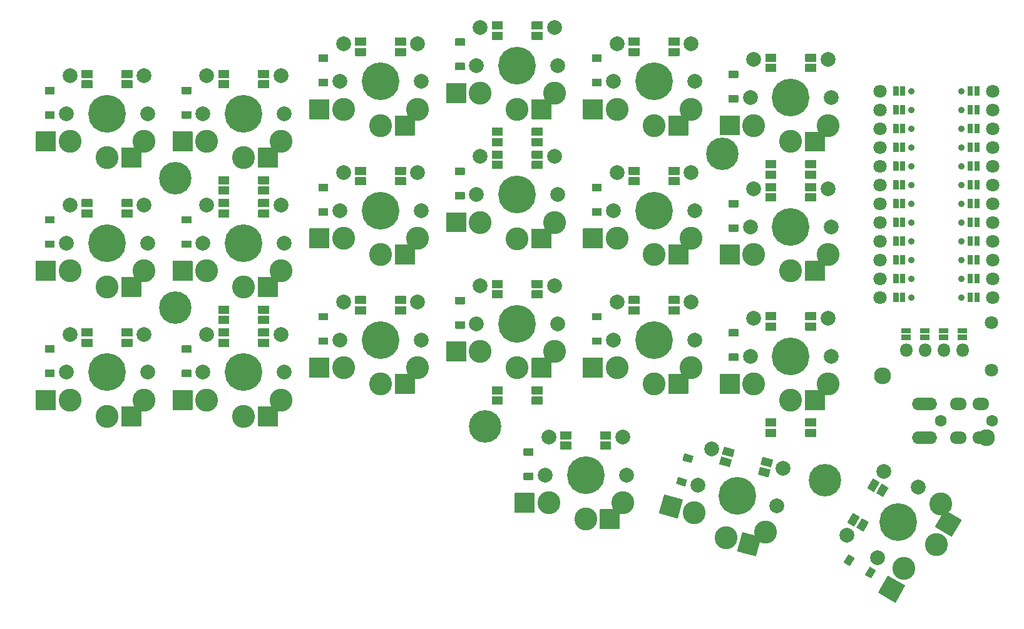
<source format=gbs>
G04 #@! TF.GenerationSoftware,KiCad,Pcbnew,8.0.8+1*
G04 #@! TF.CreationDate,2025-07-09T05:02:12+00:00*
G04 #@! TF.ProjectId,corney_island,636f726e-6579-45f6-9973-6c616e642e6b,0.2*
G04 #@! TF.SameCoordinates,Original*
G04 #@! TF.FileFunction,Soldermask,Bot*
G04 #@! TF.FilePolarity,Negative*
%FSLAX46Y46*%
G04 Gerber Fmt 4.6, Leading zero omitted, Abs format (unit mm)*
G04 Created by KiCad (PCBNEW 8.0.8+1) date 2025-07-09 05:02:12*
%MOMM*%
%LPD*%
G01*
G04 APERTURE LIST*
%ADD10C,2.300000*%
%ADD11C,4.400000*%
%ADD12C,5.100000*%
%ADD13C,2.000000*%
%ADD14C,3.100000*%
%ADD15C,1.800000*%
%ADD16C,0.900000*%
%ADD17O,1.800000X1.800000*%
%ADD18C,1.600000*%
%ADD19O,2.300000X1.700000*%
%ADD20O,3.400000X1.700000*%
G04 APERTURE END LIST*
D10*
X204927000Y-100438500D03*
X218969000Y-108882500D03*
D11*
X109250000Y-73750000D03*
X109250000Y-91250000D03*
X183218000Y-70423500D03*
X151157000Y-107365000D03*
X197157608Y-114631748D03*
D12*
X100000000Y-100000000D03*
D13*
X94500000Y-100000000D03*
X105500000Y-100000000D03*
X105000000Y-94850000D03*
D14*
X100000000Y-105950000D03*
G36*
G01*
X104625000Y-104650000D02*
X104625000Y-107250000D01*
G75*
G02*
X104575000Y-107300000I-50000J0D01*
G01*
X101975000Y-107300000D01*
G75*
G02*
X101925000Y-107250000I0J50000D01*
G01*
X101925000Y-104650000D01*
G75*
G02*
X101975000Y-104600000I50000J0D01*
G01*
X104575000Y-104600000D01*
G75*
G02*
X104625000Y-104650000I0J-50000D01*
G01*
G37*
G36*
G01*
X93075000Y-102450000D02*
X93075000Y-105050000D01*
G75*
G02*
X93025000Y-105100000I-50000J0D01*
G01*
X90425000Y-105100000D01*
G75*
G02*
X90375000Y-105050000I0J50000D01*
G01*
X90375000Y-102450000D01*
G75*
G02*
X90425000Y-102400000I50000J0D01*
G01*
X93025000Y-102400000D01*
G75*
G02*
X93075000Y-102450000I0J-50000D01*
G01*
G37*
X95000000Y-103750000D03*
D12*
X100000000Y-82500000D03*
D13*
X94500000Y-82500000D03*
X105500000Y-82500000D03*
X105000000Y-77350000D03*
D14*
X100000000Y-88450000D03*
G36*
G01*
X104625000Y-87150000D02*
X104625000Y-89750000D01*
G75*
G02*
X104575000Y-89800000I-50000J0D01*
G01*
X101975000Y-89800000D01*
G75*
G02*
X101925000Y-89750000I0J50000D01*
G01*
X101925000Y-87150000D01*
G75*
G02*
X101975000Y-87100000I50000J0D01*
G01*
X104575000Y-87100000D01*
G75*
G02*
X104625000Y-87150000I0J-50000D01*
G01*
G37*
G36*
G01*
X93075000Y-84950000D02*
X93075000Y-87550000D01*
G75*
G02*
X93025000Y-87600000I-50000J0D01*
G01*
X90425000Y-87600000D01*
G75*
G02*
X90375000Y-87550000I0J50000D01*
G01*
X90375000Y-84950000D01*
G75*
G02*
X90425000Y-84900000I50000J0D01*
G01*
X93025000Y-84900000D01*
G75*
G02*
X93075000Y-84950000I0J-50000D01*
G01*
G37*
X95000000Y-86250000D03*
D12*
X100000000Y-65000000D03*
D13*
X94500000Y-65000000D03*
X105500000Y-65000000D03*
X105000000Y-59850000D03*
D14*
X100000000Y-70950000D03*
G36*
G01*
X104625000Y-69650000D02*
X104625000Y-72250000D01*
G75*
G02*
X104575000Y-72300000I-50000J0D01*
G01*
X101975000Y-72300000D01*
G75*
G02*
X101925000Y-72250000I0J50000D01*
G01*
X101925000Y-69650000D01*
G75*
G02*
X101975000Y-69600000I50000J0D01*
G01*
X104575000Y-69600000D01*
G75*
G02*
X104625000Y-69650000I0J-50000D01*
G01*
G37*
G36*
G01*
X93075000Y-67450000D02*
X93075000Y-70050000D01*
G75*
G02*
X93025000Y-70100000I-50000J0D01*
G01*
X90425000Y-70100000D01*
G75*
G02*
X90375000Y-70050000I0J50000D01*
G01*
X90375000Y-67450000D01*
G75*
G02*
X90425000Y-67400000I50000J0D01*
G01*
X93025000Y-67400000D01*
G75*
G02*
X93075000Y-67450000I0J-50000D01*
G01*
G37*
X95000000Y-68750000D03*
D12*
X118500000Y-100000000D03*
D13*
X113000000Y-100000000D03*
X124000000Y-100000000D03*
X123500000Y-94850000D03*
D14*
X118500000Y-105950000D03*
G36*
G01*
X123125000Y-104650000D02*
X123125000Y-107250000D01*
G75*
G02*
X123075000Y-107300000I-50000J0D01*
G01*
X120475000Y-107300000D01*
G75*
G02*
X120425000Y-107250000I0J50000D01*
G01*
X120425000Y-104650000D01*
G75*
G02*
X120475000Y-104600000I50000J0D01*
G01*
X123075000Y-104600000D01*
G75*
G02*
X123125000Y-104650000I0J-50000D01*
G01*
G37*
G36*
G01*
X111575000Y-102450000D02*
X111575000Y-105050000D01*
G75*
G02*
X111525000Y-105100000I-50000J0D01*
G01*
X108925000Y-105100000D01*
G75*
G02*
X108875000Y-105050000I0J50000D01*
G01*
X108875000Y-102450000D01*
G75*
G02*
X108925000Y-102400000I50000J0D01*
G01*
X111525000Y-102400000D01*
G75*
G02*
X111575000Y-102450000I0J-50000D01*
G01*
G37*
X113500000Y-103750000D03*
D12*
X118500000Y-82500000D03*
D13*
X113000000Y-82500000D03*
X124000000Y-82500000D03*
X123500000Y-77350000D03*
D14*
X118500000Y-88450000D03*
G36*
G01*
X123125000Y-87150000D02*
X123125000Y-89750000D01*
G75*
G02*
X123075000Y-89800000I-50000J0D01*
G01*
X120475000Y-89800000D01*
G75*
G02*
X120425000Y-89750000I0J50000D01*
G01*
X120425000Y-87150000D01*
G75*
G02*
X120475000Y-87100000I50000J0D01*
G01*
X123075000Y-87100000D01*
G75*
G02*
X123125000Y-87150000I0J-50000D01*
G01*
G37*
G36*
G01*
X111575000Y-84950000D02*
X111575000Y-87550000D01*
G75*
G02*
X111525000Y-87600000I-50000J0D01*
G01*
X108925000Y-87600000D01*
G75*
G02*
X108875000Y-87550000I0J50000D01*
G01*
X108875000Y-84950000D01*
G75*
G02*
X108925000Y-84900000I50000J0D01*
G01*
X111525000Y-84900000D01*
G75*
G02*
X111575000Y-84950000I0J-50000D01*
G01*
G37*
X113500000Y-86250000D03*
D12*
X118500000Y-65000000D03*
D13*
X113000000Y-65000000D03*
X124000000Y-65000000D03*
X123500000Y-59850000D03*
D14*
X118500000Y-70950000D03*
G36*
G01*
X123125000Y-69650000D02*
X123125000Y-72250000D01*
G75*
G02*
X123075000Y-72300000I-50000J0D01*
G01*
X120475000Y-72300000D01*
G75*
G02*
X120425000Y-72250000I0J50000D01*
G01*
X120425000Y-69650000D01*
G75*
G02*
X120475000Y-69600000I50000J0D01*
G01*
X123075000Y-69600000D01*
G75*
G02*
X123125000Y-69650000I0J-50000D01*
G01*
G37*
G36*
G01*
X111575000Y-67450000D02*
X111575000Y-70050000D01*
G75*
G02*
X111525000Y-70100000I-50000J0D01*
G01*
X108925000Y-70100000D01*
G75*
G02*
X108875000Y-70050000I0J50000D01*
G01*
X108875000Y-67450000D01*
G75*
G02*
X108925000Y-67400000I50000J0D01*
G01*
X111525000Y-67400000D01*
G75*
G02*
X111575000Y-67450000I0J-50000D01*
G01*
G37*
X113500000Y-68750000D03*
D12*
X137000000Y-95625000D03*
D13*
X131500000Y-95625000D03*
X142500000Y-95625000D03*
X142000000Y-90475000D03*
D14*
X137000000Y-101575000D03*
G36*
G01*
X141625000Y-100275000D02*
X141625000Y-102875000D01*
G75*
G02*
X141575000Y-102925000I-50000J0D01*
G01*
X138975000Y-102925000D01*
G75*
G02*
X138925000Y-102875000I0J50000D01*
G01*
X138925000Y-100275000D01*
G75*
G02*
X138975000Y-100225000I50000J0D01*
G01*
X141575000Y-100225000D01*
G75*
G02*
X141625000Y-100275000I0J-50000D01*
G01*
G37*
G36*
G01*
X130075000Y-98075000D02*
X130075000Y-100675000D01*
G75*
G02*
X130025000Y-100725000I-50000J0D01*
G01*
X127425000Y-100725000D01*
G75*
G02*
X127375000Y-100675000I0J50000D01*
G01*
X127375000Y-98075000D01*
G75*
G02*
X127425000Y-98025000I50000J0D01*
G01*
X130025000Y-98025000D01*
G75*
G02*
X130075000Y-98075000I0J-50000D01*
G01*
G37*
X132000000Y-99375000D03*
D12*
X137000000Y-78125000D03*
D13*
X131500000Y-78125000D03*
X142500000Y-78125000D03*
X142000000Y-72975000D03*
D14*
X137000000Y-84075000D03*
G36*
G01*
X141625000Y-82775000D02*
X141625000Y-85375000D01*
G75*
G02*
X141575000Y-85425000I-50000J0D01*
G01*
X138975000Y-85425000D01*
G75*
G02*
X138925000Y-85375000I0J50000D01*
G01*
X138925000Y-82775000D01*
G75*
G02*
X138975000Y-82725000I50000J0D01*
G01*
X141575000Y-82725000D01*
G75*
G02*
X141625000Y-82775000I0J-50000D01*
G01*
G37*
G36*
G01*
X130075000Y-80575000D02*
X130075000Y-83175000D01*
G75*
G02*
X130025000Y-83225000I-50000J0D01*
G01*
X127425000Y-83225000D01*
G75*
G02*
X127375000Y-83175000I0J50000D01*
G01*
X127375000Y-80575000D01*
G75*
G02*
X127425000Y-80525000I50000J0D01*
G01*
X130025000Y-80525000D01*
G75*
G02*
X130075000Y-80575000I0J-50000D01*
G01*
G37*
X132000000Y-81875000D03*
D12*
X137000000Y-60625000D03*
D13*
X131500000Y-60625000D03*
X142500000Y-60625000D03*
X142000000Y-55475000D03*
D14*
X137000000Y-66575000D03*
G36*
G01*
X141625000Y-65275000D02*
X141625000Y-67875000D01*
G75*
G02*
X141575000Y-67925000I-50000J0D01*
G01*
X138975000Y-67925000D01*
G75*
G02*
X138925000Y-67875000I0J50000D01*
G01*
X138925000Y-65275000D01*
G75*
G02*
X138975000Y-65225000I50000J0D01*
G01*
X141575000Y-65225000D01*
G75*
G02*
X141625000Y-65275000I0J-50000D01*
G01*
G37*
G36*
G01*
X130075000Y-63075000D02*
X130075000Y-65675000D01*
G75*
G02*
X130025000Y-65725000I-50000J0D01*
G01*
X127425000Y-65725000D01*
G75*
G02*
X127375000Y-65675000I0J50000D01*
G01*
X127375000Y-63075000D01*
G75*
G02*
X127425000Y-63025000I50000J0D01*
G01*
X130025000Y-63025000D01*
G75*
G02*
X130075000Y-63075000I0J-50000D01*
G01*
G37*
X132000000Y-64375000D03*
D12*
X155500000Y-93437500D03*
D13*
X150000000Y-93437500D03*
X161000000Y-93437500D03*
X160500000Y-88287500D03*
D14*
X155500000Y-99387500D03*
G36*
G01*
X160125000Y-98087500D02*
X160125000Y-100687500D01*
G75*
G02*
X160075000Y-100737500I-50000J0D01*
G01*
X157475000Y-100737500D01*
G75*
G02*
X157425000Y-100687500I0J50000D01*
G01*
X157425000Y-98087500D01*
G75*
G02*
X157475000Y-98037500I50000J0D01*
G01*
X160075000Y-98037500D01*
G75*
G02*
X160125000Y-98087500I0J-50000D01*
G01*
G37*
G36*
G01*
X148575000Y-95887500D02*
X148575000Y-98487500D01*
G75*
G02*
X148525000Y-98537500I-50000J0D01*
G01*
X145925000Y-98537500D01*
G75*
G02*
X145875000Y-98487500I0J50000D01*
G01*
X145875000Y-95887500D01*
G75*
G02*
X145925000Y-95837500I50000J0D01*
G01*
X148525000Y-95837500D01*
G75*
G02*
X148575000Y-95887500I0J-50000D01*
G01*
G37*
X150500000Y-97187500D03*
D12*
X155500000Y-75937500D03*
D13*
X150000000Y-75937500D03*
X161000000Y-75937500D03*
X160500000Y-70787500D03*
D14*
X155500000Y-81887500D03*
G36*
G01*
X160125000Y-80587500D02*
X160125000Y-83187500D01*
G75*
G02*
X160075000Y-83237500I-50000J0D01*
G01*
X157475000Y-83237500D01*
G75*
G02*
X157425000Y-83187500I0J50000D01*
G01*
X157425000Y-80587500D01*
G75*
G02*
X157475000Y-80537500I50000J0D01*
G01*
X160075000Y-80537500D01*
G75*
G02*
X160125000Y-80587500I0J-50000D01*
G01*
G37*
G36*
G01*
X148575000Y-78387500D02*
X148575000Y-80987500D01*
G75*
G02*
X148525000Y-81037500I-50000J0D01*
G01*
X145925000Y-81037500D01*
G75*
G02*
X145875000Y-80987500I0J50000D01*
G01*
X145875000Y-78387500D01*
G75*
G02*
X145925000Y-78337500I50000J0D01*
G01*
X148525000Y-78337500D01*
G75*
G02*
X148575000Y-78387500I0J-50000D01*
G01*
G37*
X150500000Y-79687500D03*
D12*
X155500000Y-58437500D03*
D13*
X150000000Y-58437500D03*
X161000000Y-58437500D03*
X160500000Y-53287500D03*
D14*
X155500000Y-64387500D03*
G36*
G01*
X160125000Y-63087500D02*
X160125000Y-65687500D01*
G75*
G02*
X160075000Y-65737500I-50000J0D01*
G01*
X157475000Y-65737500D01*
G75*
G02*
X157425000Y-65687500I0J50000D01*
G01*
X157425000Y-63087500D01*
G75*
G02*
X157475000Y-63037500I50000J0D01*
G01*
X160075000Y-63037500D01*
G75*
G02*
X160125000Y-63087500I0J-50000D01*
G01*
G37*
G36*
G01*
X148575000Y-60887500D02*
X148575000Y-63487500D01*
G75*
G02*
X148525000Y-63537500I-50000J0D01*
G01*
X145925000Y-63537500D01*
G75*
G02*
X145875000Y-63487500I0J50000D01*
G01*
X145875000Y-60887500D01*
G75*
G02*
X145925000Y-60837500I50000J0D01*
G01*
X148525000Y-60837500D01*
G75*
G02*
X148575000Y-60887500I0J-50000D01*
G01*
G37*
X150500000Y-62187500D03*
D12*
X174000000Y-95625000D03*
D13*
X168500000Y-95625000D03*
X179500000Y-95625000D03*
X179000000Y-90475000D03*
D14*
X174000000Y-101575000D03*
G36*
G01*
X178625000Y-100275000D02*
X178625000Y-102875000D01*
G75*
G02*
X178575000Y-102925000I-50000J0D01*
G01*
X175975000Y-102925000D01*
G75*
G02*
X175925000Y-102875000I0J50000D01*
G01*
X175925000Y-100275000D01*
G75*
G02*
X175975000Y-100225000I50000J0D01*
G01*
X178575000Y-100225000D01*
G75*
G02*
X178625000Y-100275000I0J-50000D01*
G01*
G37*
G36*
G01*
X167075000Y-98075000D02*
X167075000Y-100675000D01*
G75*
G02*
X167025000Y-100725000I-50000J0D01*
G01*
X164425000Y-100725000D01*
G75*
G02*
X164375000Y-100675000I0J50000D01*
G01*
X164375000Y-98075000D01*
G75*
G02*
X164425000Y-98025000I50000J0D01*
G01*
X167025000Y-98025000D01*
G75*
G02*
X167075000Y-98075000I0J-50000D01*
G01*
G37*
X169000000Y-99375000D03*
D12*
X174000000Y-78125000D03*
D13*
X168500000Y-78125000D03*
X179500000Y-78125000D03*
X179000000Y-72975000D03*
D14*
X174000000Y-84075000D03*
G36*
G01*
X178625000Y-82775000D02*
X178625000Y-85375000D01*
G75*
G02*
X178575000Y-85425000I-50000J0D01*
G01*
X175975000Y-85425000D01*
G75*
G02*
X175925000Y-85375000I0J50000D01*
G01*
X175925000Y-82775000D01*
G75*
G02*
X175975000Y-82725000I50000J0D01*
G01*
X178575000Y-82725000D01*
G75*
G02*
X178625000Y-82775000I0J-50000D01*
G01*
G37*
G36*
G01*
X167075000Y-80575000D02*
X167075000Y-83175000D01*
G75*
G02*
X167025000Y-83225000I-50000J0D01*
G01*
X164425000Y-83225000D01*
G75*
G02*
X164375000Y-83175000I0J50000D01*
G01*
X164375000Y-80575000D01*
G75*
G02*
X164425000Y-80525000I50000J0D01*
G01*
X167025000Y-80525000D01*
G75*
G02*
X167075000Y-80575000I0J-50000D01*
G01*
G37*
X169000000Y-81875000D03*
D12*
X174000000Y-60625000D03*
D13*
X168500000Y-60625000D03*
X179500000Y-60625000D03*
X179000000Y-55475000D03*
D14*
X174000000Y-66575000D03*
G36*
G01*
X178625000Y-65275000D02*
X178625000Y-67875000D01*
G75*
G02*
X178575000Y-67925000I-50000J0D01*
G01*
X175975000Y-67925000D01*
G75*
G02*
X175925000Y-67875000I0J50000D01*
G01*
X175925000Y-65275000D01*
G75*
G02*
X175975000Y-65225000I50000J0D01*
G01*
X178575000Y-65225000D01*
G75*
G02*
X178625000Y-65275000I0J-50000D01*
G01*
G37*
G36*
G01*
X167075000Y-63075000D02*
X167075000Y-65675000D01*
G75*
G02*
X167025000Y-65725000I-50000J0D01*
G01*
X164425000Y-65725000D01*
G75*
G02*
X164375000Y-65675000I0J50000D01*
G01*
X164375000Y-63075000D01*
G75*
G02*
X164425000Y-63025000I50000J0D01*
G01*
X167025000Y-63025000D01*
G75*
G02*
X167075000Y-63075000I0J-50000D01*
G01*
G37*
X169000000Y-64375000D03*
D12*
X192500000Y-97812500D03*
D13*
X187000000Y-97812500D03*
X198000000Y-97812500D03*
X197500000Y-92662500D03*
D14*
X192500000Y-103762500D03*
G36*
G01*
X197125000Y-102462500D02*
X197125000Y-105062500D01*
G75*
G02*
X197075000Y-105112500I-50000J0D01*
G01*
X194475000Y-105112500D01*
G75*
G02*
X194425000Y-105062500I0J50000D01*
G01*
X194425000Y-102462500D01*
G75*
G02*
X194475000Y-102412500I50000J0D01*
G01*
X197075000Y-102412500D01*
G75*
G02*
X197125000Y-102462500I0J-50000D01*
G01*
G37*
G36*
G01*
X185575000Y-100262500D02*
X185575000Y-102862500D01*
G75*
G02*
X185525000Y-102912500I-50000J0D01*
G01*
X182925000Y-102912500D01*
G75*
G02*
X182875000Y-102862500I0J50000D01*
G01*
X182875000Y-100262500D01*
G75*
G02*
X182925000Y-100212500I50000J0D01*
G01*
X185525000Y-100212500D01*
G75*
G02*
X185575000Y-100262500I0J-50000D01*
G01*
G37*
X187500000Y-101562500D03*
D12*
X192500000Y-80312500D03*
D13*
X187000000Y-80312500D03*
X198000000Y-80312500D03*
X197500000Y-75162500D03*
D14*
X192500000Y-86262500D03*
G36*
G01*
X197125000Y-84962500D02*
X197125000Y-87562500D01*
G75*
G02*
X197075000Y-87612500I-50000J0D01*
G01*
X194475000Y-87612500D01*
G75*
G02*
X194425000Y-87562500I0J50000D01*
G01*
X194425000Y-84962500D01*
G75*
G02*
X194475000Y-84912500I50000J0D01*
G01*
X197075000Y-84912500D01*
G75*
G02*
X197125000Y-84962500I0J-50000D01*
G01*
G37*
G36*
G01*
X185575000Y-82762500D02*
X185575000Y-85362500D01*
G75*
G02*
X185525000Y-85412500I-50000J0D01*
G01*
X182925000Y-85412500D01*
G75*
G02*
X182875000Y-85362500I0J50000D01*
G01*
X182875000Y-82762500D01*
G75*
G02*
X182925000Y-82712500I50000J0D01*
G01*
X185525000Y-82712500D01*
G75*
G02*
X185575000Y-82762500I0J-50000D01*
G01*
G37*
X187500000Y-84062500D03*
D12*
X192500000Y-62812500D03*
D13*
X187000000Y-62812500D03*
X198000000Y-62812500D03*
X197500000Y-57662500D03*
D14*
X192500000Y-68762500D03*
G36*
G01*
X197125000Y-67462500D02*
X197125000Y-70062500D01*
G75*
G02*
X197075000Y-70112500I-50000J0D01*
G01*
X194475000Y-70112500D01*
G75*
G02*
X194425000Y-70062500I0J50000D01*
G01*
X194425000Y-67462500D01*
G75*
G02*
X194475000Y-67412500I50000J0D01*
G01*
X197075000Y-67412500D01*
G75*
G02*
X197125000Y-67462500I0J-50000D01*
G01*
G37*
G36*
G01*
X185575000Y-65262500D02*
X185575000Y-67862500D01*
G75*
G02*
X185525000Y-67912500I-50000J0D01*
G01*
X182925000Y-67912500D01*
G75*
G02*
X182875000Y-67862500I0J50000D01*
G01*
X182875000Y-65262500D01*
G75*
G02*
X182925000Y-65212500I50000J0D01*
G01*
X185525000Y-65212500D01*
G75*
G02*
X185575000Y-65262500I0J-50000D01*
G01*
G37*
X187500000Y-66562500D03*
D12*
X164750000Y-113937500D03*
D13*
X159250000Y-113937500D03*
X170250000Y-113937500D03*
X169750000Y-108787500D03*
D14*
X164750000Y-119887500D03*
G36*
G01*
X169375000Y-118587500D02*
X169375000Y-121187500D01*
G75*
G02*
X169325000Y-121237500I-50000J0D01*
G01*
X166725000Y-121237500D01*
G75*
G02*
X166675000Y-121187500I0J50000D01*
G01*
X166675000Y-118587500D01*
G75*
G02*
X166725000Y-118537500I50000J0D01*
G01*
X169325000Y-118537500D01*
G75*
G02*
X169375000Y-118587500I0J-50000D01*
G01*
G37*
G36*
G01*
X157825000Y-116387500D02*
X157825000Y-118987500D01*
G75*
G02*
X157775000Y-119037500I-50000J0D01*
G01*
X155175000Y-119037500D01*
G75*
G02*
X155125000Y-118987500I0J50000D01*
G01*
X155125000Y-116387500D01*
G75*
G02*
X155175000Y-116337500I50000J0D01*
G01*
X157775000Y-116337500D01*
G75*
G02*
X157825000Y-116387500I0J-50000D01*
G01*
G37*
X159750000Y-117687500D03*
D12*
X185250000Y-116687500D03*
D13*
X179937408Y-115263995D03*
X190562592Y-118111005D03*
X191412547Y-113007077D03*
D14*
X183710027Y-122434759D03*
G36*
G01*
X188513898Y-122376093D02*
X187840969Y-124887500D01*
G75*
G02*
X187779732Y-124922855I-48296J12941D01*
G01*
X185268325Y-124249926D01*
G75*
G02*
X185232970Y-124188689I12941J48296D01*
G01*
X185905899Y-121677282D01*
G75*
G02*
X185967136Y-121641927I48296J-12941D01*
G01*
X188478543Y-122314856D01*
G75*
G02*
X188513898Y-122376093I-12941J-48296D01*
G01*
G37*
G36*
G01*
X177926856Y-117261696D02*
X177253927Y-119773103D01*
G75*
G02*
X177192690Y-119808458I-48296J12941D01*
G01*
X174681283Y-119135529D01*
G75*
G02*
X174645928Y-119074292I12941J48296D01*
G01*
X175318857Y-116562885D01*
G75*
G02*
X175380094Y-116527530I48296J-12941D01*
G01*
X177891501Y-117200459D01*
G75*
G02*
X177926856Y-117261696I-12941J-48296D01*
G01*
G37*
X179449799Y-119015627D03*
D12*
X207013843Y-120322248D03*
D13*
X204263843Y-125085388D03*
X209763843Y-115559108D03*
X205053812Y-113417121D03*
D14*
X212166694Y-123297248D03*
G36*
G01*
X213353361Y-118641881D02*
X215605027Y-119941881D01*
G75*
G02*
X215623328Y-120010182I-25000J-43301D01*
G01*
X214323328Y-122261848D01*
G75*
G02*
X214255027Y-122280149I-43301J25000D01*
G01*
X212003361Y-120980149D01*
G75*
G02*
X211985060Y-120911848I25000J43301D01*
G01*
X213285060Y-118660182D01*
G75*
G02*
X213353361Y-118641881I43301J-25000D01*
G01*
G37*
G36*
G01*
X205673105Y-127544474D02*
X207924771Y-128844474D01*
G75*
G02*
X207943072Y-128912775I-25000J-43301D01*
G01*
X206643072Y-131164441D01*
G75*
G02*
X206574771Y-131182742I-43301J25000D01*
G01*
X204323105Y-129882742D01*
G75*
G02*
X204304804Y-129814441I25000J43301D01*
G01*
X205604804Y-127562775D01*
G75*
G02*
X205673105Y-127544474I43301J-25000D01*
G01*
G37*
X207761438Y-126527375D03*
G36*
G01*
X91650000Y-96350000D02*
X92850000Y-96350000D01*
G75*
G02*
X92900000Y-96400000I0J-50000D01*
G01*
X92900000Y-97300000D01*
G75*
G02*
X92850000Y-97350000I-50000J0D01*
G01*
X91650000Y-97350000D01*
G75*
G02*
X91600000Y-97300000I0J50000D01*
G01*
X91600000Y-96400000D01*
G75*
G02*
X91650000Y-96350000I50000J0D01*
G01*
G37*
G36*
G01*
X91650000Y-99650000D02*
X92850000Y-99650000D01*
G75*
G02*
X92900000Y-99700000I0J-50000D01*
G01*
X92900000Y-100600000D01*
G75*
G02*
X92850000Y-100650000I-50000J0D01*
G01*
X91650000Y-100650000D01*
G75*
G02*
X91600000Y-100600000I0J50000D01*
G01*
X91600000Y-99700000D01*
G75*
G02*
X91650000Y-99650000I50000J0D01*
G01*
G37*
G36*
G01*
X91650000Y-78850000D02*
X92850000Y-78850000D01*
G75*
G02*
X92900000Y-78900000I0J-50000D01*
G01*
X92900000Y-79800000D01*
G75*
G02*
X92850000Y-79850000I-50000J0D01*
G01*
X91650000Y-79850000D01*
G75*
G02*
X91600000Y-79800000I0J50000D01*
G01*
X91600000Y-78900000D01*
G75*
G02*
X91650000Y-78850000I50000J0D01*
G01*
G37*
G36*
G01*
X91650000Y-82150000D02*
X92850000Y-82150000D01*
G75*
G02*
X92900000Y-82200000I0J-50000D01*
G01*
X92900000Y-83100000D01*
G75*
G02*
X92850000Y-83150000I-50000J0D01*
G01*
X91650000Y-83150000D01*
G75*
G02*
X91600000Y-83100000I0J50000D01*
G01*
X91600000Y-82200000D01*
G75*
G02*
X91650000Y-82150000I50000J0D01*
G01*
G37*
G36*
G01*
X91650000Y-61350000D02*
X92850000Y-61350000D01*
G75*
G02*
X92900000Y-61400000I0J-50000D01*
G01*
X92900000Y-62300000D01*
G75*
G02*
X92850000Y-62350000I-50000J0D01*
G01*
X91650000Y-62350000D01*
G75*
G02*
X91600000Y-62300000I0J50000D01*
G01*
X91600000Y-61400000D01*
G75*
G02*
X91650000Y-61350000I50000J0D01*
G01*
G37*
G36*
G01*
X91650000Y-64650000D02*
X92850000Y-64650000D01*
G75*
G02*
X92900000Y-64700000I0J-50000D01*
G01*
X92900000Y-65600000D01*
G75*
G02*
X92850000Y-65650000I-50000J0D01*
G01*
X91650000Y-65650000D01*
G75*
G02*
X91600000Y-65600000I0J50000D01*
G01*
X91600000Y-64700000D01*
G75*
G02*
X91650000Y-64650000I50000J0D01*
G01*
G37*
G36*
G01*
X110150000Y-96350000D02*
X111350000Y-96350000D01*
G75*
G02*
X111400000Y-96400000I0J-50000D01*
G01*
X111400000Y-97300000D01*
G75*
G02*
X111350000Y-97350000I-50000J0D01*
G01*
X110150000Y-97350000D01*
G75*
G02*
X110100000Y-97300000I0J50000D01*
G01*
X110100000Y-96400000D01*
G75*
G02*
X110150000Y-96350000I50000J0D01*
G01*
G37*
G36*
G01*
X110150000Y-99650000D02*
X111350000Y-99650000D01*
G75*
G02*
X111400000Y-99700000I0J-50000D01*
G01*
X111400000Y-100600000D01*
G75*
G02*
X111350000Y-100650000I-50000J0D01*
G01*
X110150000Y-100650000D01*
G75*
G02*
X110100000Y-100600000I0J50000D01*
G01*
X110100000Y-99700000D01*
G75*
G02*
X110150000Y-99650000I50000J0D01*
G01*
G37*
G36*
G01*
X110150000Y-78850000D02*
X111350000Y-78850000D01*
G75*
G02*
X111400000Y-78900000I0J-50000D01*
G01*
X111400000Y-79800000D01*
G75*
G02*
X111350000Y-79850000I-50000J0D01*
G01*
X110150000Y-79850000D01*
G75*
G02*
X110100000Y-79800000I0J50000D01*
G01*
X110100000Y-78900000D01*
G75*
G02*
X110150000Y-78850000I50000J0D01*
G01*
G37*
G36*
G01*
X110150000Y-82150000D02*
X111350000Y-82150000D01*
G75*
G02*
X111400000Y-82200000I0J-50000D01*
G01*
X111400000Y-83100000D01*
G75*
G02*
X111350000Y-83150000I-50000J0D01*
G01*
X110150000Y-83150000D01*
G75*
G02*
X110100000Y-83100000I0J50000D01*
G01*
X110100000Y-82200000D01*
G75*
G02*
X110150000Y-82150000I50000J0D01*
G01*
G37*
G36*
G01*
X110150000Y-61350000D02*
X111350000Y-61350000D01*
G75*
G02*
X111400000Y-61400000I0J-50000D01*
G01*
X111400000Y-62300000D01*
G75*
G02*
X111350000Y-62350000I-50000J0D01*
G01*
X110150000Y-62350000D01*
G75*
G02*
X110100000Y-62300000I0J50000D01*
G01*
X110100000Y-61400000D01*
G75*
G02*
X110150000Y-61350000I50000J0D01*
G01*
G37*
G36*
G01*
X110150000Y-64650000D02*
X111350000Y-64650000D01*
G75*
G02*
X111400000Y-64700000I0J-50000D01*
G01*
X111400000Y-65600000D01*
G75*
G02*
X111350000Y-65650000I-50000J0D01*
G01*
X110150000Y-65650000D01*
G75*
G02*
X110100000Y-65600000I0J50000D01*
G01*
X110100000Y-64700000D01*
G75*
G02*
X110150000Y-64650000I50000J0D01*
G01*
G37*
G36*
G01*
X128650000Y-91975000D02*
X129850000Y-91975000D01*
G75*
G02*
X129900000Y-92025000I0J-50000D01*
G01*
X129900000Y-92925000D01*
G75*
G02*
X129850000Y-92975000I-50000J0D01*
G01*
X128650000Y-92975000D01*
G75*
G02*
X128600000Y-92925000I0J50000D01*
G01*
X128600000Y-92025000D01*
G75*
G02*
X128650000Y-91975000I50000J0D01*
G01*
G37*
G36*
G01*
X128650000Y-95275000D02*
X129850000Y-95275000D01*
G75*
G02*
X129900000Y-95325000I0J-50000D01*
G01*
X129900000Y-96225000D01*
G75*
G02*
X129850000Y-96275000I-50000J0D01*
G01*
X128650000Y-96275000D01*
G75*
G02*
X128600000Y-96225000I0J50000D01*
G01*
X128600000Y-95325000D01*
G75*
G02*
X128650000Y-95275000I50000J0D01*
G01*
G37*
G36*
G01*
X128650000Y-74475000D02*
X129850000Y-74475000D01*
G75*
G02*
X129900000Y-74525000I0J-50000D01*
G01*
X129900000Y-75425000D01*
G75*
G02*
X129850000Y-75475000I-50000J0D01*
G01*
X128650000Y-75475000D01*
G75*
G02*
X128600000Y-75425000I0J50000D01*
G01*
X128600000Y-74525000D01*
G75*
G02*
X128650000Y-74475000I50000J0D01*
G01*
G37*
G36*
G01*
X128650000Y-77775000D02*
X129850000Y-77775000D01*
G75*
G02*
X129900000Y-77825000I0J-50000D01*
G01*
X129900000Y-78725000D01*
G75*
G02*
X129850000Y-78775000I-50000J0D01*
G01*
X128650000Y-78775000D01*
G75*
G02*
X128600000Y-78725000I0J50000D01*
G01*
X128600000Y-77825000D01*
G75*
G02*
X128650000Y-77775000I50000J0D01*
G01*
G37*
G36*
G01*
X128650000Y-56975000D02*
X129850000Y-56975000D01*
G75*
G02*
X129900000Y-57025000I0J-50000D01*
G01*
X129900000Y-57925000D01*
G75*
G02*
X129850000Y-57975000I-50000J0D01*
G01*
X128650000Y-57975000D01*
G75*
G02*
X128600000Y-57925000I0J50000D01*
G01*
X128600000Y-57025000D01*
G75*
G02*
X128650000Y-56975000I50000J0D01*
G01*
G37*
G36*
G01*
X128650000Y-60275000D02*
X129850000Y-60275000D01*
G75*
G02*
X129900000Y-60325000I0J-50000D01*
G01*
X129900000Y-61225000D01*
G75*
G02*
X129850000Y-61275000I-50000J0D01*
G01*
X128650000Y-61275000D01*
G75*
G02*
X128600000Y-61225000I0J50000D01*
G01*
X128600000Y-60325000D01*
G75*
G02*
X128650000Y-60275000I50000J0D01*
G01*
G37*
G36*
G01*
X147150000Y-89787500D02*
X148350000Y-89787500D01*
G75*
G02*
X148400000Y-89837500I0J-50000D01*
G01*
X148400000Y-90737500D01*
G75*
G02*
X148350000Y-90787500I-50000J0D01*
G01*
X147150000Y-90787500D01*
G75*
G02*
X147100000Y-90737500I0J50000D01*
G01*
X147100000Y-89837500D01*
G75*
G02*
X147150000Y-89787500I50000J0D01*
G01*
G37*
G36*
G01*
X147150000Y-93087500D02*
X148350000Y-93087500D01*
G75*
G02*
X148400000Y-93137500I0J-50000D01*
G01*
X148400000Y-94037500D01*
G75*
G02*
X148350000Y-94087500I-50000J0D01*
G01*
X147150000Y-94087500D01*
G75*
G02*
X147100000Y-94037500I0J50000D01*
G01*
X147100000Y-93137500D01*
G75*
G02*
X147150000Y-93087500I50000J0D01*
G01*
G37*
G36*
G01*
X147150000Y-72287500D02*
X148350000Y-72287500D01*
G75*
G02*
X148400000Y-72337500I0J-50000D01*
G01*
X148400000Y-73237500D01*
G75*
G02*
X148350000Y-73287500I-50000J0D01*
G01*
X147150000Y-73287500D01*
G75*
G02*
X147100000Y-73237500I0J50000D01*
G01*
X147100000Y-72337500D01*
G75*
G02*
X147150000Y-72287500I50000J0D01*
G01*
G37*
G36*
G01*
X147150000Y-75587500D02*
X148350000Y-75587500D01*
G75*
G02*
X148400000Y-75637500I0J-50000D01*
G01*
X148400000Y-76537500D01*
G75*
G02*
X148350000Y-76587500I-50000J0D01*
G01*
X147150000Y-76587500D01*
G75*
G02*
X147100000Y-76537500I0J50000D01*
G01*
X147100000Y-75637500D01*
G75*
G02*
X147150000Y-75587500I50000J0D01*
G01*
G37*
G36*
G01*
X147150000Y-54787500D02*
X148350000Y-54787500D01*
G75*
G02*
X148400000Y-54837500I0J-50000D01*
G01*
X148400000Y-55737500D01*
G75*
G02*
X148350000Y-55787500I-50000J0D01*
G01*
X147150000Y-55787500D01*
G75*
G02*
X147100000Y-55737500I0J50000D01*
G01*
X147100000Y-54837500D01*
G75*
G02*
X147150000Y-54787500I50000J0D01*
G01*
G37*
G36*
G01*
X147150000Y-58087500D02*
X148350000Y-58087500D01*
G75*
G02*
X148400000Y-58137500I0J-50000D01*
G01*
X148400000Y-59037500D01*
G75*
G02*
X148350000Y-59087500I-50000J0D01*
G01*
X147150000Y-59087500D01*
G75*
G02*
X147100000Y-59037500I0J50000D01*
G01*
X147100000Y-58137500D01*
G75*
G02*
X147150000Y-58087500I50000J0D01*
G01*
G37*
G36*
G01*
X165650000Y-91975000D02*
X166850000Y-91975000D01*
G75*
G02*
X166900000Y-92025000I0J-50000D01*
G01*
X166900000Y-92925000D01*
G75*
G02*
X166850000Y-92975000I-50000J0D01*
G01*
X165650000Y-92975000D01*
G75*
G02*
X165600000Y-92925000I0J50000D01*
G01*
X165600000Y-92025000D01*
G75*
G02*
X165650000Y-91975000I50000J0D01*
G01*
G37*
G36*
G01*
X165650000Y-95275000D02*
X166850000Y-95275000D01*
G75*
G02*
X166900000Y-95325000I0J-50000D01*
G01*
X166900000Y-96225000D01*
G75*
G02*
X166850000Y-96275000I-50000J0D01*
G01*
X165650000Y-96275000D01*
G75*
G02*
X165600000Y-96225000I0J50000D01*
G01*
X165600000Y-95325000D01*
G75*
G02*
X165650000Y-95275000I50000J0D01*
G01*
G37*
G36*
G01*
X165650000Y-74475000D02*
X166850000Y-74475000D01*
G75*
G02*
X166900000Y-74525000I0J-50000D01*
G01*
X166900000Y-75425000D01*
G75*
G02*
X166850000Y-75475000I-50000J0D01*
G01*
X165650000Y-75475000D01*
G75*
G02*
X165600000Y-75425000I0J50000D01*
G01*
X165600000Y-74525000D01*
G75*
G02*
X165650000Y-74475000I50000J0D01*
G01*
G37*
G36*
G01*
X165650000Y-77775000D02*
X166850000Y-77775000D01*
G75*
G02*
X166900000Y-77825000I0J-50000D01*
G01*
X166900000Y-78725000D01*
G75*
G02*
X166850000Y-78775000I-50000J0D01*
G01*
X165650000Y-78775000D01*
G75*
G02*
X165600000Y-78725000I0J50000D01*
G01*
X165600000Y-77825000D01*
G75*
G02*
X165650000Y-77775000I50000J0D01*
G01*
G37*
G36*
G01*
X165650000Y-56975000D02*
X166850000Y-56975000D01*
G75*
G02*
X166900000Y-57025000I0J-50000D01*
G01*
X166900000Y-57925000D01*
G75*
G02*
X166850000Y-57975000I-50000J0D01*
G01*
X165650000Y-57975000D01*
G75*
G02*
X165600000Y-57925000I0J50000D01*
G01*
X165600000Y-57025000D01*
G75*
G02*
X165650000Y-56975000I50000J0D01*
G01*
G37*
G36*
G01*
X165650000Y-60275000D02*
X166850000Y-60275000D01*
G75*
G02*
X166900000Y-60325000I0J-50000D01*
G01*
X166900000Y-61225000D01*
G75*
G02*
X166850000Y-61275000I-50000J0D01*
G01*
X165650000Y-61275000D01*
G75*
G02*
X165600000Y-61225000I0J50000D01*
G01*
X165600000Y-60325000D01*
G75*
G02*
X165650000Y-60275000I50000J0D01*
G01*
G37*
G36*
G01*
X184150000Y-94162500D02*
X185350000Y-94162500D01*
G75*
G02*
X185400000Y-94212500I0J-50000D01*
G01*
X185400000Y-95112500D01*
G75*
G02*
X185350000Y-95162500I-50000J0D01*
G01*
X184150000Y-95162500D01*
G75*
G02*
X184100000Y-95112500I0J50000D01*
G01*
X184100000Y-94212500D01*
G75*
G02*
X184150000Y-94162500I50000J0D01*
G01*
G37*
G36*
G01*
X184150000Y-97462500D02*
X185350000Y-97462500D01*
G75*
G02*
X185400000Y-97512500I0J-50000D01*
G01*
X185400000Y-98412500D01*
G75*
G02*
X185350000Y-98462500I-50000J0D01*
G01*
X184150000Y-98462500D01*
G75*
G02*
X184100000Y-98412500I0J50000D01*
G01*
X184100000Y-97512500D01*
G75*
G02*
X184150000Y-97462500I50000J0D01*
G01*
G37*
G36*
G01*
X184150000Y-76662500D02*
X185350000Y-76662500D01*
G75*
G02*
X185400000Y-76712500I0J-50000D01*
G01*
X185400000Y-77612500D01*
G75*
G02*
X185350000Y-77662500I-50000J0D01*
G01*
X184150000Y-77662500D01*
G75*
G02*
X184100000Y-77612500I0J50000D01*
G01*
X184100000Y-76712500D01*
G75*
G02*
X184150000Y-76662500I50000J0D01*
G01*
G37*
G36*
G01*
X184150000Y-79962500D02*
X185350000Y-79962500D01*
G75*
G02*
X185400000Y-80012500I0J-50000D01*
G01*
X185400000Y-80912500D01*
G75*
G02*
X185350000Y-80962500I-50000J0D01*
G01*
X184150000Y-80962500D01*
G75*
G02*
X184100000Y-80912500I0J50000D01*
G01*
X184100000Y-80012500D01*
G75*
G02*
X184150000Y-79962500I50000J0D01*
G01*
G37*
G36*
G01*
X184150000Y-59162500D02*
X185350000Y-59162500D01*
G75*
G02*
X185400000Y-59212500I0J-50000D01*
G01*
X185400000Y-60112500D01*
G75*
G02*
X185350000Y-60162500I-50000J0D01*
G01*
X184150000Y-60162500D01*
G75*
G02*
X184100000Y-60112500I0J50000D01*
G01*
X184100000Y-59212500D01*
G75*
G02*
X184150000Y-59162500I50000J0D01*
G01*
G37*
G36*
G01*
X184150000Y-62462500D02*
X185350000Y-62462500D01*
G75*
G02*
X185400000Y-62512500I0J-50000D01*
G01*
X185400000Y-63412500D01*
G75*
G02*
X185350000Y-63462500I-50000J0D01*
G01*
X184150000Y-63462500D01*
G75*
G02*
X184100000Y-63412500I0J50000D01*
G01*
X184100000Y-62512500D01*
G75*
G02*
X184150000Y-62462500I50000J0D01*
G01*
G37*
G36*
G01*
X156400000Y-110287500D02*
X157600000Y-110287500D01*
G75*
G02*
X157650000Y-110337500I0J-50000D01*
G01*
X157650000Y-111237500D01*
G75*
G02*
X157600000Y-111287500I-50000J0D01*
G01*
X156400000Y-111287500D01*
G75*
G02*
X156350000Y-111237500I0J50000D01*
G01*
X156350000Y-110337500D01*
G75*
G02*
X156400000Y-110287500I50000J0D01*
G01*
G37*
G36*
G01*
X156400000Y-113587500D02*
X157600000Y-113587500D01*
G75*
G02*
X157650000Y-113637500I0J-50000D01*
G01*
X157650000Y-114537500D01*
G75*
G02*
X157600000Y-114587500I-50000J0D01*
G01*
X156400000Y-114587500D01*
G75*
G02*
X156350000Y-114537500I0J50000D01*
G01*
X156350000Y-113637500D01*
G75*
G02*
X156400000Y-113587500I50000J0D01*
G01*
G37*
G36*
G01*
X178129208Y-111000732D02*
X179288319Y-111311315D01*
G75*
G02*
X179323674Y-111372552I-12941J-48296D01*
G01*
X179090737Y-112241885D01*
G75*
G02*
X179029500Y-112277240I-48296J12941D01*
G01*
X177870389Y-111966657D01*
G75*
G02*
X177835034Y-111905420I12941J48296D01*
G01*
X178067971Y-111036087D01*
G75*
G02*
X178129208Y-111000732I48296J-12941D01*
G01*
G37*
G36*
G01*
X177275106Y-114188288D02*
X178434217Y-114498871D01*
G75*
G02*
X178469572Y-114560108I-12941J-48296D01*
G01*
X178236635Y-115429441D01*
G75*
G02*
X178175398Y-115464796I-48296J12941D01*
G01*
X177016287Y-115154213D01*
G75*
G02*
X176980932Y-115092976I12941J48296D01*
G01*
X177213869Y-114223643D01*
G75*
G02*
X177275106Y-114188288I48296J-12941D01*
G01*
G37*
G36*
G01*
X199677851Y-125728560D02*
X200277851Y-124689330D01*
G75*
G02*
X200346152Y-124671029I43301J-25000D01*
G01*
X201125574Y-125121029D01*
G75*
G02*
X201143875Y-125189330I-25000J-43301D01*
G01*
X200543875Y-126228560D01*
G75*
G02*
X200475574Y-126246861I-43301J25000D01*
G01*
X199696152Y-125796861D01*
G75*
G02*
X199677851Y-125728560I25000J43301D01*
G01*
G37*
G36*
G01*
X202535735Y-127378560D02*
X203135735Y-126339330D01*
G75*
G02*
X203204036Y-126321029I43301J-25000D01*
G01*
X203983458Y-126771029D01*
G75*
G02*
X204001759Y-126839330I-25000J-43301D01*
G01*
X203401759Y-127878560D01*
G75*
G02*
X203333458Y-127896861I-43301J25000D01*
G01*
X202554036Y-127446861D01*
G75*
G02*
X202535735Y-127378560I25000J43301D01*
G01*
G37*
D12*
X100000000Y-100000000D03*
D13*
X94500000Y-100000000D03*
X105500000Y-100000000D03*
X95000000Y-94850000D03*
D14*
X100000000Y-105950000D03*
X105000000Y-103750000D03*
D12*
X100000000Y-82500000D03*
D13*
X94500000Y-82500000D03*
X105500000Y-82500000D03*
X95000000Y-77350000D03*
D14*
X100000000Y-88450000D03*
X105000000Y-86250000D03*
D12*
X100000000Y-65000000D03*
D13*
X94500000Y-65000000D03*
X105500000Y-65000000D03*
X95000000Y-59850000D03*
D14*
X100000000Y-70950000D03*
X105000000Y-68750000D03*
D12*
X118500000Y-100000000D03*
D13*
X113000000Y-100000000D03*
X124000000Y-100000000D03*
X113500000Y-94850000D03*
D14*
X118500000Y-105950000D03*
X123500000Y-103750000D03*
D12*
X118500000Y-82500000D03*
D13*
X113000000Y-82500000D03*
X124000000Y-82500000D03*
X113500000Y-77350000D03*
D14*
X118500000Y-88450000D03*
X123500000Y-86250000D03*
D12*
X118500000Y-65000000D03*
D13*
X113000000Y-65000000D03*
X124000000Y-65000000D03*
X113500000Y-59850000D03*
D14*
X118500000Y-70950000D03*
X123500000Y-68750000D03*
D12*
X137000000Y-95625000D03*
D13*
X131500000Y-95625000D03*
X142500000Y-95625000D03*
X132000000Y-90475000D03*
D14*
X137000000Y-101575000D03*
X142000000Y-99375000D03*
D12*
X137000000Y-78125000D03*
D13*
X131500000Y-78125000D03*
X142500000Y-78125000D03*
X132000000Y-72975000D03*
D14*
X137000000Y-84075000D03*
X142000000Y-81875000D03*
D12*
X137000000Y-60625000D03*
D13*
X131500000Y-60625000D03*
X142500000Y-60625000D03*
X132000000Y-55475000D03*
D14*
X137000000Y-66575000D03*
X142000000Y-64375000D03*
D12*
X155500000Y-93437500D03*
D13*
X150000000Y-93437500D03*
X161000000Y-93437500D03*
X150500000Y-88287500D03*
D14*
X155500000Y-99387500D03*
X160500000Y-97187500D03*
D12*
X155500000Y-75937500D03*
D13*
X150000000Y-75937500D03*
X161000000Y-75937500D03*
X150500000Y-70787500D03*
D14*
X155500000Y-81887500D03*
X160500000Y-79687500D03*
D12*
X155500000Y-58437500D03*
D13*
X150000000Y-58437500D03*
X161000000Y-58437500D03*
X150500000Y-53287500D03*
D14*
X155500000Y-64387500D03*
X160500000Y-62187500D03*
D12*
X174000000Y-95625000D03*
D13*
X168500000Y-95625000D03*
X179500000Y-95625000D03*
X169000000Y-90475000D03*
D14*
X174000000Y-101575000D03*
X179000000Y-99375000D03*
D12*
X174000000Y-78125000D03*
D13*
X168500000Y-78125000D03*
X179500000Y-78125000D03*
X169000000Y-72975000D03*
D14*
X174000000Y-84075000D03*
X179000000Y-81875000D03*
D12*
X174000000Y-60625000D03*
D13*
X168500000Y-60625000D03*
X179500000Y-60625000D03*
X169000000Y-55475000D03*
D14*
X174000000Y-66575000D03*
X179000000Y-64375000D03*
D12*
X192500000Y-97812500D03*
D13*
X187000000Y-97812500D03*
X198000000Y-97812500D03*
X187500000Y-92662500D03*
D14*
X192500000Y-103762500D03*
X197500000Y-101562500D03*
D12*
X192500000Y-80312500D03*
D13*
X187000000Y-80312500D03*
X198000000Y-80312500D03*
X187500000Y-75162500D03*
D14*
X192500000Y-86262500D03*
X197500000Y-84062500D03*
D12*
X192500000Y-62812500D03*
D13*
X187000000Y-62812500D03*
X198000000Y-62812500D03*
X187500000Y-57662500D03*
D14*
X192500000Y-68762500D03*
X197500000Y-66562500D03*
D12*
X164750000Y-113937500D03*
D13*
X159250000Y-113937500D03*
X170250000Y-113937500D03*
X159750000Y-108787500D03*
D14*
X164750000Y-119887500D03*
X169750000Y-117687500D03*
D12*
X185250000Y-116687500D03*
D13*
X179937408Y-115263995D03*
X190562592Y-118111005D03*
X181753289Y-110418887D03*
D14*
X183710027Y-122434759D03*
X189109058Y-121603817D03*
D12*
X207013843Y-120322248D03*
D13*
X204263843Y-125085388D03*
X209763843Y-115559108D03*
X200053812Y-122077375D03*
D14*
X212166694Y-123297248D03*
X212761438Y-117867121D03*
D15*
X204584000Y-61920000D03*
X219824000Y-61920000D03*
D16*
X208804000Y-61920000D03*
X215604000Y-61920000D03*
G36*
G01*
X206374000Y-62520000D02*
X206374000Y-61320000D01*
G75*
G02*
X206424000Y-61270000I50000J0D01*
G01*
X207024000Y-61270000D01*
G75*
G02*
X207074000Y-61320000I0J-50000D01*
G01*
X207074000Y-62520000D01*
G75*
G02*
X207024000Y-62570000I-50000J0D01*
G01*
X206424000Y-62570000D01*
G75*
G02*
X206374000Y-62520000I0J50000D01*
G01*
G37*
G36*
G01*
X207274000Y-62520000D02*
X207274000Y-61320000D01*
G75*
G02*
X207324000Y-61270000I50000J0D01*
G01*
X207924000Y-61270000D01*
G75*
G02*
X207974000Y-61320000I0J-50000D01*
G01*
X207974000Y-62520000D01*
G75*
G02*
X207924000Y-62570000I-50000J0D01*
G01*
X207324000Y-62570000D01*
G75*
G02*
X207274000Y-62520000I0J50000D01*
G01*
G37*
G36*
G01*
X216434000Y-62520000D02*
X216434000Y-61320000D01*
G75*
G02*
X216484000Y-61270000I50000J0D01*
G01*
X217084000Y-61270000D01*
G75*
G02*
X217134000Y-61320000I0J-50000D01*
G01*
X217134000Y-62520000D01*
G75*
G02*
X217084000Y-62570000I-50000J0D01*
G01*
X216484000Y-62570000D01*
G75*
G02*
X216434000Y-62520000I0J50000D01*
G01*
G37*
G36*
G01*
X217334000Y-62520000D02*
X217334000Y-61320000D01*
G75*
G02*
X217384000Y-61270000I50000J0D01*
G01*
X217984000Y-61270000D01*
G75*
G02*
X218034000Y-61320000I0J-50000D01*
G01*
X218034000Y-62520000D01*
G75*
G02*
X217984000Y-62570000I-50000J0D01*
G01*
X217384000Y-62570000D01*
G75*
G02*
X217334000Y-62520000I0J50000D01*
G01*
G37*
D15*
X204584000Y-64460000D03*
X219824000Y-64460000D03*
D16*
X208804000Y-64460000D03*
X215604000Y-64460000D03*
G36*
G01*
X206374000Y-65060000D02*
X206374000Y-63860000D01*
G75*
G02*
X206424000Y-63810000I50000J0D01*
G01*
X207024000Y-63810000D01*
G75*
G02*
X207074000Y-63860000I0J-50000D01*
G01*
X207074000Y-65060000D01*
G75*
G02*
X207024000Y-65110000I-50000J0D01*
G01*
X206424000Y-65110000D01*
G75*
G02*
X206374000Y-65060000I0J50000D01*
G01*
G37*
G36*
G01*
X207274000Y-65060000D02*
X207274000Y-63860000D01*
G75*
G02*
X207324000Y-63810000I50000J0D01*
G01*
X207924000Y-63810000D01*
G75*
G02*
X207974000Y-63860000I0J-50000D01*
G01*
X207974000Y-65060000D01*
G75*
G02*
X207924000Y-65110000I-50000J0D01*
G01*
X207324000Y-65110000D01*
G75*
G02*
X207274000Y-65060000I0J50000D01*
G01*
G37*
G36*
G01*
X216434000Y-65060000D02*
X216434000Y-63860000D01*
G75*
G02*
X216484000Y-63810000I50000J0D01*
G01*
X217084000Y-63810000D01*
G75*
G02*
X217134000Y-63860000I0J-50000D01*
G01*
X217134000Y-65060000D01*
G75*
G02*
X217084000Y-65110000I-50000J0D01*
G01*
X216484000Y-65110000D01*
G75*
G02*
X216434000Y-65060000I0J50000D01*
G01*
G37*
G36*
G01*
X217334000Y-65060000D02*
X217334000Y-63860000D01*
G75*
G02*
X217384000Y-63810000I50000J0D01*
G01*
X217984000Y-63810000D01*
G75*
G02*
X218034000Y-63860000I0J-50000D01*
G01*
X218034000Y-65060000D01*
G75*
G02*
X217984000Y-65110000I-50000J0D01*
G01*
X217384000Y-65110000D01*
G75*
G02*
X217334000Y-65060000I0J50000D01*
G01*
G37*
D15*
X204584000Y-67000000D03*
X219824000Y-67000000D03*
D16*
X208804000Y-67000000D03*
X215604000Y-67000000D03*
G36*
G01*
X206374000Y-67600000D02*
X206374000Y-66400000D01*
G75*
G02*
X206424000Y-66350000I50000J0D01*
G01*
X207024000Y-66350000D01*
G75*
G02*
X207074000Y-66400000I0J-50000D01*
G01*
X207074000Y-67600000D01*
G75*
G02*
X207024000Y-67650000I-50000J0D01*
G01*
X206424000Y-67650000D01*
G75*
G02*
X206374000Y-67600000I0J50000D01*
G01*
G37*
G36*
G01*
X207274000Y-67600000D02*
X207274000Y-66400000D01*
G75*
G02*
X207324000Y-66350000I50000J0D01*
G01*
X207924000Y-66350000D01*
G75*
G02*
X207974000Y-66400000I0J-50000D01*
G01*
X207974000Y-67600000D01*
G75*
G02*
X207924000Y-67650000I-50000J0D01*
G01*
X207324000Y-67650000D01*
G75*
G02*
X207274000Y-67600000I0J50000D01*
G01*
G37*
G36*
G01*
X216434000Y-67600000D02*
X216434000Y-66400000D01*
G75*
G02*
X216484000Y-66350000I50000J0D01*
G01*
X217084000Y-66350000D01*
G75*
G02*
X217134000Y-66400000I0J-50000D01*
G01*
X217134000Y-67600000D01*
G75*
G02*
X217084000Y-67650000I-50000J0D01*
G01*
X216484000Y-67650000D01*
G75*
G02*
X216434000Y-67600000I0J50000D01*
G01*
G37*
G36*
G01*
X217334000Y-67600000D02*
X217334000Y-66400000D01*
G75*
G02*
X217384000Y-66350000I50000J0D01*
G01*
X217984000Y-66350000D01*
G75*
G02*
X218034000Y-66400000I0J-50000D01*
G01*
X218034000Y-67600000D01*
G75*
G02*
X217984000Y-67650000I-50000J0D01*
G01*
X217384000Y-67650000D01*
G75*
G02*
X217334000Y-67600000I0J50000D01*
G01*
G37*
D15*
X204584000Y-69540000D03*
X219824000Y-69540000D03*
D16*
X208804000Y-69540000D03*
X215604000Y-69540000D03*
G36*
G01*
X206374000Y-70140000D02*
X206374000Y-68940000D01*
G75*
G02*
X206424000Y-68890000I50000J0D01*
G01*
X207024000Y-68890000D01*
G75*
G02*
X207074000Y-68940000I0J-50000D01*
G01*
X207074000Y-70140000D01*
G75*
G02*
X207024000Y-70190000I-50000J0D01*
G01*
X206424000Y-70190000D01*
G75*
G02*
X206374000Y-70140000I0J50000D01*
G01*
G37*
G36*
G01*
X207274000Y-70140000D02*
X207274000Y-68940000D01*
G75*
G02*
X207324000Y-68890000I50000J0D01*
G01*
X207924000Y-68890000D01*
G75*
G02*
X207974000Y-68940000I0J-50000D01*
G01*
X207974000Y-70140000D01*
G75*
G02*
X207924000Y-70190000I-50000J0D01*
G01*
X207324000Y-70190000D01*
G75*
G02*
X207274000Y-70140000I0J50000D01*
G01*
G37*
G36*
G01*
X216434000Y-70140000D02*
X216434000Y-68940000D01*
G75*
G02*
X216484000Y-68890000I50000J0D01*
G01*
X217084000Y-68890000D01*
G75*
G02*
X217134000Y-68940000I0J-50000D01*
G01*
X217134000Y-70140000D01*
G75*
G02*
X217084000Y-70190000I-50000J0D01*
G01*
X216484000Y-70190000D01*
G75*
G02*
X216434000Y-70140000I0J50000D01*
G01*
G37*
G36*
G01*
X217334000Y-70140000D02*
X217334000Y-68940000D01*
G75*
G02*
X217384000Y-68890000I50000J0D01*
G01*
X217984000Y-68890000D01*
G75*
G02*
X218034000Y-68940000I0J-50000D01*
G01*
X218034000Y-70140000D01*
G75*
G02*
X217984000Y-70190000I-50000J0D01*
G01*
X217384000Y-70190000D01*
G75*
G02*
X217334000Y-70140000I0J50000D01*
G01*
G37*
D15*
X204584000Y-72080000D03*
X219824000Y-72080000D03*
D16*
X208804000Y-72080000D03*
X215604000Y-72080000D03*
G36*
G01*
X206374000Y-72680000D02*
X206374000Y-71480000D01*
G75*
G02*
X206424000Y-71430000I50000J0D01*
G01*
X207024000Y-71430000D01*
G75*
G02*
X207074000Y-71480000I0J-50000D01*
G01*
X207074000Y-72680000D01*
G75*
G02*
X207024000Y-72730000I-50000J0D01*
G01*
X206424000Y-72730000D01*
G75*
G02*
X206374000Y-72680000I0J50000D01*
G01*
G37*
G36*
G01*
X207274000Y-72680000D02*
X207274000Y-71480000D01*
G75*
G02*
X207324000Y-71430000I50000J0D01*
G01*
X207924000Y-71430000D01*
G75*
G02*
X207974000Y-71480000I0J-50000D01*
G01*
X207974000Y-72680000D01*
G75*
G02*
X207924000Y-72730000I-50000J0D01*
G01*
X207324000Y-72730000D01*
G75*
G02*
X207274000Y-72680000I0J50000D01*
G01*
G37*
G36*
G01*
X216434000Y-72680000D02*
X216434000Y-71480000D01*
G75*
G02*
X216484000Y-71430000I50000J0D01*
G01*
X217084000Y-71430000D01*
G75*
G02*
X217134000Y-71480000I0J-50000D01*
G01*
X217134000Y-72680000D01*
G75*
G02*
X217084000Y-72730000I-50000J0D01*
G01*
X216484000Y-72730000D01*
G75*
G02*
X216434000Y-72680000I0J50000D01*
G01*
G37*
G36*
G01*
X217334000Y-72680000D02*
X217334000Y-71480000D01*
G75*
G02*
X217384000Y-71430000I50000J0D01*
G01*
X217984000Y-71430000D01*
G75*
G02*
X218034000Y-71480000I0J-50000D01*
G01*
X218034000Y-72680000D01*
G75*
G02*
X217984000Y-72730000I-50000J0D01*
G01*
X217384000Y-72730000D01*
G75*
G02*
X217334000Y-72680000I0J50000D01*
G01*
G37*
D15*
X204584000Y-74620000D03*
X219824000Y-74620000D03*
D16*
X208804000Y-74620000D03*
X215604000Y-74620000D03*
G36*
G01*
X206374000Y-75220000D02*
X206374000Y-74020000D01*
G75*
G02*
X206424000Y-73970000I50000J0D01*
G01*
X207024000Y-73970000D01*
G75*
G02*
X207074000Y-74020000I0J-50000D01*
G01*
X207074000Y-75220000D01*
G75*
G02*
X207024000Y-75270000I-50000J0D01*
G01*
X206424000Y-75270000D01*
G75*
G02*
X206374000Y-75220000I0J50000D01*
G01*
G37*
G36*
G01*
X207274000Y-75220000D02*
X207274000Y-74020000D01*
G75*
G02*
X207324000Y-73970000I50000J0D01*
G01*
X207924000Y-73970000D01*
G75*
G02*
X207974000Y-74020000I0J-50000D01*
G01*
X207974000Y-75220000D01*
G75*
G02*
X207924000Y-75270000I-50000J0D01*
G01*
X207324000Y-75270000D01*
G75*
G02*
X207274000Y-75220000I0J50000D01*
G01*
G37*
G36*
G01*
X216434000Y-75220000D02*
X216434000Y-74020000D01*
G75*
G02*
X216484000Y-73970000I50000J0D01*
G01*
X217084000Y-73970000D01*
G75*
G02*
X217134000Y-74020000I0J-50000D01*
G01*
X217134000Y-75220000D01*
G75*
G02*
X217084000Y-75270000I-50000J0D01*
G01*
X216484000Y-75270000D01*
G75*
G02*
X216434000Y-75220000I0J50000D01*
G01*
G37*
G36*
G01*
X217334000Y-75220000D02*
X217334000Y-74020000D01*
G75*
G02*
X217384000Y-73970000I50000J0D01*
G01*
X217984000Y-73970000D01*
G75*
G02*
X218034000Y-74020000I0J-50000D01*
G01*
X218034000Y-75220000D01*
G75*
G02*
X217984000Y-75270000I-50000J0D01*
G01*
X217384000Y-75270000D01*
G75*
G02*
X217334000Y-75220000I0J50000D01*
G01*
G37*
D15*
X204584000Y-77160000D03*
X219824000Y-77160000D03*
D16*
X208804000Y-77160000D03*
X215604000Y-77160000D03*
G36*
G01*
X206374000Y-77760000D02*
X206374000Y-76560000D01*
G75*
G02*
X206424000Y-76510000I50000J0D01*
G01*
X207024000Y-76510000D01*
G75*
G02*
X207074000Y-76560000I0J-50000D01*
G01*
X207074000Y-77760000D01*
G75*
G02*
X207024000Y-77810000I-50000J0D01*
G01*
X206424000Y-77810000D01*
G75*
G02*
X206374000Y-77760000I0J50000D01*
G01*
G37*
G36*
G01*
X207274000Y-77760000D02*
X207274000Y-76560000D01*
G75*
G02*
X207324000Y-76510000I50000J0D01*
G01*
X207924000Y-76510000D01*
G75*
G02*
X207974000Y-76560000I0J-50000D01*
G01*
X207974000Y-77760000D01*
G75*
G02*
X207924000Y-77810000I-50000J0D01*
G01*
X207324000Y-77810000D01*
G75*
G02*
X207274000Y-77760000I0J50000D01*
G01*
G37*
G36*
G01*
X216434000Y-77760000D02*
X216434000Y-76560000D01*
G75*
G02*
X216484000Y-76510000I50000J0D01*
G01*
X217084000Y-76510000D01*
G75*
G02*
X217134000Y-76560000I0J-50000D01*
G01*
X217134000Y-77760000D01*
G75*
G02*
X217084000Y-77810000I-50000J0D01*
G01*
X216484000Y-77810000D01*
G75*
G02*
X216434000Y-77760000I0J50000D01*
G01*
G37*
G36*
G01*
X217334000Y-77760000D02*
X217334000Y-76560000D01*
G75*
G02*
X217384000Y-76510000I50000J0D01*
G01*
X217984000Y-76510000D01*
G75*
G02*
X218034000Y-76560000I0J-50000D01*
G01*
X218034000Y-77760000D01*
G75*
G02*
X217984000Y-77810000I-50000J0D01*
G01*
X217384000Y-77810000D01*
G75*
G02*
X217334000Y-77760000I0J50000D01*
G01*
G37*
D15*
X204584000Y-79700000D03*
X219824000Y-79700000D03*
D16*
X208804000Y-79700000D03*
X215604000Y-79700000D03*
G36*
G01*
X206374000Y-80300000D02*
X206374000Y-79100000D01*
G75*
G02*
X206424000Y-79050000I50000J0D01*
G01*
X207024000Y-79050000D01*
G75*
G02*
X207074000Y-79100000I0J-50000D01*
G01*
X207074000Y-80300000D01*
G75*
G02*
X207024000Y-80350000I-50000J0D01*
G01*
X206424000Y-80350000D01*
G75*
G02*
X206374000Y-80300000I0J50000D01*
G01*
G37*
G36*
G01*
X207274000Y-80300000D02*
X207274000Y-79100000D01*
G75*
G02*
X207324000Y-79050000I50000J0D01*
G01*
X207924000Y-79050000D01*
G75*
G02*
X207974000Y-79100000I0J-50000D01*
G01*
X207974000Y-80300000D01*
G75*
G02*
X207924000Y-80350000I-50000J0D01*
G01*
X207324000Y-80350000D01*
G75*
G02*
X207274000Y-80300000I0J50000D01*
G01*
G37*
G36*
G01*
X216434000Y-80300000D02*
X216434000Y-79100000D01*
G75*
G02*
X216484000Y-79050000I50000J0D01*
G01*
X217084000Y-79050000D01*
G75*
G02*
X217134000Y-79100000I0J-50000D01*
G01*
X217134000Y-80300000D01*
G75*
G02*
X217084000Y-80350000I-50000J0D01*
G01*
X216484000Y-80350000D01*
G75*
G02*
X216434000Y-80300000I0J50000D01*
G01*
G37*
G36*
G01*
X217334000Y-80300000D02*
X217334000Y-79100000D01*
G75*
G02*
X217384000Y-79050000I50000J0D01*
G01*
X217984000Y-79050000D01*
G75*
G02*
X218034000Y-79100000I0J-50000D01*
G01*
X218034000Y-80300000D01*
G75*
G02*
X217984000Y-80350000I-50000J0D01*
G01*
X217384000Y-80350000D01*
G75*
G02*
X217334000Y-80300000I0J50000D01*
G01*
G37*
D15*
X204584000Y-82240000D03*
X219824000Y-82240000D03*
D16*
X208804000Y-82240000D03*
X215604000Y-82240000D03*
G36*
G01*
X206374000Y-82840000D02*
X206374000Y-81640000D01*
G75*
G02*
X206424000Y-81590000I50000J0D01*
G01*
X207024000Y-81590000D01*
G75*
G02*
X207074000Y-81640000I0J-50000D01*
G01*
X207074000Y-82840000D01*
G75*
G02*
X207024000Y-82890000I-50000J0D01*
G01*
X206424000Y-82890000D01*
G75*
G02*
X206374000Y-82840000I0J50000D01*
G01*
G37*
G36*
G01*
X207274000Y-82840000D02*
X207274000Y-81640000D01*
G75*
G02*
X207324000Y-81590000I50000J0D01*
G01*
X207924000Y-81590000D01*
G75*
G02*
X207974000Y-81640000I0J-50000D01*
G01*
X207974000Y-82840000D01*
G75*
G02*
X207924000Y-82890000I-50000J0D01*
G01*
X207324000Y-82890000D01*
G75*
G02*
X207274000Y-82840000I0J50000D01*
G01*
G37*
G36*
G01*
X216434000Y-82840000D02*
X216434000Y-81640000D01*
G75*
G02*
X216484000Y-81590000I50000J0D01*
G01*
X217084000Y-81590000D01*
G75*
G02*
X217134000Y-81640000I0J-50000D01*
G01*
X217134000Y-82840000D01*
G75*
G02*
X217084000Y-82890000I-50000J0D01*
G01*
X216484000Y-82890000D01*
G75*
G02*
X216434000Y-82840000I0J50000D01*
G01*
G37*
G36*
G01*
X217334000Y-82840000D02*
X217334000Y-81640000D01*
G75*
G02*
X217384000Y-81590000I50000J0D01*
G01*
X217984000Y-81590000D01*
G75*
G02*
X218034000Y-81640000I0J-50000D01*
G01*
X218034000Y-82840000D01*
G75*
G02*
X217984000Y-82890000I-50000J0D01*
G01*
X217384000Y-82890000D01*
G75*
G02*
X217334000Y-82840000I0J50000D01*
G01*
G37*
D15*
X204584000Y-84780000D03*
X219824000Y-84780000D03*
D16*
X208804000Y-84780000D03*
X215604000Y-84780000D03*
G36*
G01*
X206374000Y-85380000D02*
X206374000Y-84180000D01*
G75*
G02*
X206424000Y-84130000I50000J0D01*
G01*
X207024000Y-84130000D01*
G75*
G02*
X207074000Y-84180000I0J-50000D01*
G01*
X207074000Y-85380000D01*
G75*
G02*
X207024000Y-85430000I-50000J0D01*
G01*
X206424000Y-85430000D01*
G75*
G02*
X206374000Y-85380000I0J50000D01*
G01*
G37*
G36*
G01*
X207274000Y-85380000D02*
X207274000Y-84180000D01*
G75*
G02*
X207324000Y-84130000I50000J0D01*
G01*
X207924000Y-84130000D01*
G75*
G02*
X207974000Y-84180000I0J-50000D01*
G01*
X207974000Y-85380000D01*
G75*
G02*
X207924000Y-85430000I-50000J0D01*
G01*
X207324000Y-85430000D01*
G75*
G02*
X207274000Y-85380000I0J50000D01*
G01*
G37*
G36*
G01*
X216434000Y-85380000D02*
X216434000Y-84180000D01*
G75*
G02*
X216484000Y-84130000I50000J0D01*
G01*
X217084000Y-84130000D01*
G75*
G02*
X217134000Y-84180000I0J-50000D01*
G01*
X217134000Y-85380000D01*
G75*
G02*
X217084000Y-85430000I-50000J0D01*
G01*
X216484000Y-85430000D01*
G75*
G02*
X216434000Y-85380000I0J50000D01*
G01*
G37*
G36*
G01*
X217334000Y-85380000D02*
X217334000Y-84180000D01*
G75*
G02*
X217384000Y-84130000I50000J0D01*
G01*
X217984000Y-84130000D01*
G75*
G02*
X218034000Y-84180000I0J-50000D01*
G01*
X218034000Y-85380000D01*
G75*
G02*
X217984000Y-85430000I-50000J0D01*
G01*
X217384000Y-85430000D01*
G75*
G02*
X217334000Y-85380000I0J50000D01*
G01*
G37*
D15*
X204584000Y-87320000D03*
X219824000Y-87320000D03*
D16*
X208804000Y-87320000D03*
X215604000Y-87320000D03*
G36*
G01*
X206374000Y-87920000D02*
X206374000Y-86720000D01*
G75*
G02*
X206424000Y-86670000I50000J0D01*
G01*
X207024000Y-86670000D01*
G75*
G02*
X207074000Y-86720000I0J-50000D01*
G01*
X207074000Y-87920000D01*
G75*
G02*
X207024000Y-87970000I-50000J0D01*
G01*
X206424000Y-87970000D01*
G75*
G02*
X206374000Y-87920000I0J50000D01*
G01*
G37*
G36*
G01*
X207274000Y-87920000D02*
X207274000Y-86720000D01*
G75*
G02*
X207324000Y-86670000I50000J0D01*
G01*
X207924000Y-86670000D01*
G75*
G02*
X207974000Y-86720000I0J-50000D01*
G01*
X207974000Y-87920000D01*
G75*
G02*
X207924000Y-87970000I-50000J0D01*
G01*
X207324000Y-87970000D01*
G75*
G02*
X207274000Y-87920000I0J50000D01*
G01*
G37*
G36*
G01*
X216434000Y-87920000D02*
X216434000Y-86720000D01*
G75*
G02*
X216484000Y-86670000I50000J0D01*
G01*
X217084000Y-86670000D01*
G75*
G02*
X217134000Y-86720000I0J-50000D01*
G01*
X217134000Y-87920000D01*
G75*
G02*
X217084000Y-87970000I-50000J0D01*
G01*
X216484000Y-87970000D01*
G75*
G02*
X216434000Y-87920000I0J50000D01*
G01*
G37*
G36*
G01*
X217334000Y-87920000D02*
X217334000Y-86720000D01*
G75*
G02*
X217384000Y-86670000I50000J0D01*
G01*
X217984000Y-86670000D01*
G75*
G02*
X218034000Y-86720000I0J-50000D01*
G01*
X218034000Y-87920000D01*
G75*
G02*
X217984000Y-87970000I-50000J0D01*
G01*
X217384000Y-87970000D01*
G75*
G02*
X217334000Y-87920000I0J50000D01*
G01*
G37*
D15*
X204584000Y-89860000D03*
X219824000Y-89860000D03*
D16*
X208804000Y-89860000D03*
X215604000Y-89860000D03*
G36*
G01*
X206374000Y-90460000D02*
X206374000Y-89260000D01*
G75*
G02*
X206424000Y-89210000I50000J0D01*
G01*
X207024000Y-89210000D01*
G75*
G02*
X207074000Y-89260000I0J-50000D01*
G01*
X207074000Y-90460000D01*
G75*
G02*
X207024000Y-90510000I-50000J0D01*
G01*
X206424000Y-90510000D01*
G75*
G02*
X206374000Y-90460000I0J50000D01*
G01*
G37*
G36*
G01*
X207274000Y-90460000D02*
X207274000Y-89260000D01*
G75*
G02*
X207324000Y-89210000I50000J0D01*
G01*
X207924000Y-89210000D01*
G75*
G02*
X207974000Y-89260000I0J-50000D01*
G01*
X207974000Y-90460000D01*
G75*
G02*
X207924000Y-90510000I-50000J0D01*
G01*
X207324000Y-90510000D01*
G75*
G02*
X207274000Y-90460000I0J50000D01*
G01*
G37*
G36*
G01*
X216434000Y-90460000D02*
X216434000Y-89260000D01*
G75*
G02*
X216484000Y-89210000I50000J0D01*
G01*
X217084000Y-89210000D01*
G75*
G02*
X217134000Y-89260000I0J-50000D01*
G01*
X217134000Y-90460000D01*
G75*
G02*
X217084000Y-90510000I-50000J0D01*
G01*
X216484000Y-90510000D01*
G75*
G02*
X216434000Y-90460000I0J50000D01*
G01*
G37*
G36*
G01*
X217334000Y-90460000D02*
X217334000Y-89260000D01*
G75*
G02*
X217384000Y-89210000I50000J0D01*
G01*
X217984000Y-89210000D01*
G75*
G02*
X218034000Y-89260000I0J-50000D01*
G01*
X218034000Y-90460000D01*
G75*
G02*
X217984000Y-90510000I-50000J0D01*
G01*
X217384000Y-90510000D01*
G75*
G02*
X217334000Y-90460000I0J50000D01*
G01*
G37*
G36*
G01*
X215107000Y-94008000D02*
X216307000Y-94008000D01*
G75*
G02*
X216357000Y-94058000I0J-50000D01*
G01*
X216357000Y-94658000D01*
G75*
G02*
X216307000Y-94708000I-50000J0D01*
G01*
X215107000Y-94708000D01*
G75*
G02*
X215057000Y-94658000I0J50000D01*
G01*
X215057000Y-94058000D01*
G75*
G02*
X215107000Y-94008000I50000J0D01*
G01*
G37*
G36*
G01*
X212567000Y-94008000D02*
X213767000Y-94008000D01*
G75*
G02*
X213817000Y-94058000I0J-50000D01*
G01*
X213817000Y-94658000D01*
G75*
G02*
X213767000Y-94708000I-50000J0D01*
G01*
X212567000Y-94708000D01*
G75*
G02*
X212517000Y-94658000I0J50000D01*
G01*
X212517000Y-94058000D01*
G75*
G02*
X212567000Y-94008000I50000J0D01*
G01*
G37*
G36*
G01*
X210027000Y-94008000D02*
X211227000Y-94008000D01*
G75*
G02*
X211277000Y-94058000I0J-50000D01*
G01*
X211277000Y-94658000D01*
G75*
G02*
X211227000Y-94708000I-50000J0D01*
G01*
X210027000Y-94708000D01*
G75*
G02*
X209977000Y-94658000I0J50000D01*
G01*
X209977000Y-94058000D01*
G75*
G02*
X210027000Y-94008000I50000J0D01*
G01*
G37*
G36*
G01*
X207487000Y-94008000D02*
X208687000Y-94008000D01*
G75*
G02*
X208737000Y-94058000I0J-50000D01*
G01*
X208737000Y-94658000D01*
G75*
G02*
X208687000Y-94708000I-50000J0D01*
G01*
X207487000Y-94708000D01*
G75*
G02*
X207437000Y-94658000I0J50000D01*
G01*
X207437000Y-94058000D01*
G75*
G02*
X207487000Y-94008000I50000J0D01*
G01*
G37*
G36*
G01*
X215107000Y-94908000D02*
X216307000Y-94908000D01*
G75*
G02*
X216357000Y-94958000I0J-50000D01*
G01*
X216357000Y-95558000D01*
G75*
G02*
X216307000Y-95608000I-50000J0D01*
G01*
X215107000Y-95608000D01*
G75*
G02*
X215057000Y-95558000I0J50000D01*
G01*
X215057000Y-94958000D01*
G75*
G02*
X215107000Y-94908000I50000J0D01*
G01*
G37*
G36*
G01*
X212567000Y-94908000D02*
X213767000Y-94908000D01*
G75*
G02*
X213817000Y-94958000I0J-50000D01*
G01*
X213817000Y-95558000D01*
G75*
G02*
X213767000Y-95608000I-50000J0D01*
G01*
X212567000Y-95608000D01*
G75*
G02*
X212517000Y-95558000I0J50000D01*
G01*
X212517000Y-94958000D01*
G75*
G02*
X212567000Y-94908000I50000J0D01*
G01*
G37*
G36*
G01*
X210027000Y-94908000D02*
X211227000Y-94908000D01*
G75*
G02*
X211277000Y-94958000I0J-50000D01*
G01*
X211277000Y-95558000D01*
G75*
G02*
X211227000Y-95608000I-50000J0D01*
G01*
X210027000Y-95608000D01*
G75*
G02*
X209977000Y-95558000I0J50000D01*
G01*
X209977000Y-94958000D01*
G75*
G02*
X210027000Y-94908000I50000J0D01*
G01*
G37*
G36*
G01*
X207487000Y-94908000D02*
X208687000Y-94908000D01*
G75*
G02*
X208737000Y-94958000I0J-50000D01*
G01*
X208737000Y-95558000D01*
G75*
G02*
X208687000Y-95608000I-50000J0D01*
G01*
X207487000Y-95608000D01*
G75*
G02*
X207437000Y-95558000I0J50000D01*
G01*
X207437000Y-94958000D01*
G75*
G02*
X207487000Y-94908000I50000J0D01*
G01*
G37*
D17*
X208087000Y-97008000D03*
X210627000Y-97008000D03*
X213167000Y-97008000D03*
X215707000Y-97008000D03*
D15*
X219600000Y-99751000D03*
X219600000Y-93251000D03*
D18*
X212760000Y-106560000D03*
X219760000Y-106560000D03*
D19*
X218160000Y-104260000D03*
X215160000Y-104260000D03*
D20*
X210610000Y-104260000D03*
D19*
X218160000Y-108860000D03*
X215160000Y-108860000D03*
D20*
X210610000Y-108860000D03*
G36*
G01*
X101950000Y-95100000D02*
X101950000Y-94100000D01*
G75*
G02*
X102000000Y-94050000I50000J0D01*
G01*
X103400000Y-94050000D01*
G75*
G02*
X103450000Y-94100000I0J-50000D01*
G01*
X103450000Y-95100000D01*
G75*
G02*
X103400000Y-95150000I-50000J0D01*
G01*
X102000000Y-95150000D01*
G75*
G02*
X101950000Y-95100000I0J50000D01*
G01*
G37*
G36*
G01*
X101950000Y-96500000D02*
X101950000Y-95500000D01*
G75*
G02*
X102000000Y-95450000I50000J0D01*
G01*
X103400000Y-95450000D01*
G75*
G02*
X103450000Y-95500000I0J-50000D01*
G01*
X103450000Y-96500000D01*
G75*
G02*
X103400000Y-96550000I-50000J0D01*
G01*
X102000000Y-96550000D01*
G75*
G02*
X101950000Y-96500000I0J50000D01*
G01*
G37*
G36*
G01*
X96550000Y-95100000D02*
X96550000Y-94100000D01*
G75*
G02*
X96600000Y-94050000I50000J0D01*
G01*
X98000000Y-94050000D01*
G75*
G02*
X98050000Y-94100000I0J-50000D01*
G01*
X98050000Y-95100000D01*
G75*
G02*
X98000000Y-95150000I-50000J0D01*
G01*
X96600000Y-95150000D01*
G75*
G02*
X96550000Y-95100000I0J50000D01*
G01*
G37*
G36*
G01*
X96550000Y-96500000D02*
X96550000Y-95500000D01*
G75*
G02*
X96600000Y-95450000I50000J0D01*
G01*
X98000000Y-95450000D01*
G75*
G02*
X98050000Y-95500000I0J-50000D01*
G01*
X98050000Y-96500000D01*
G75*
G02*
X98000000Y-96550000I-50000J0D01*
G01*
X96600000Y-96550000D01*
G75*
G02*
X96550000Y-96500000I0J50000D01*
G01*
G37*
G36*
G01*
X101950000Y-77600000D02*
X101950000Y-76600000D01*
G75*
G02*
X102000000Y-76550000I50000J0D01*
G01*
X103400000Y-76550000D01*
G75*
G02*
X103450000Y-76600000I0J-50000D01*
G01*
X103450000Y-77600000D01*
G75*
G02*
X103400000Y-77650000I-50000J0D01*
G01*
X102000000Y-77650000D01*
G75*
G02*
X101950000Y-77600000I0J50000D01*
G01*
G37*
G36*
G01*
X101950000Y-79000000D02*
X101950000Y-78000000D01*
G75*
G02*
X102000000Y-77950000I50000J0D01*
G01*
X103400000Y-77950000D01*
G75*
G02*
X103450000Y-78000000I0J-50000D01*
G01*
X103450000Y-79000000D01*
G75*
G02*
X103400000Y-79050000I-50000J0D01*
G01*
X102000000Y-79050000D01*
G75*
G02*
X101950000Y-79000000I0J50000D01*
G01*
G37*
G36*
G01*
X96550000Y-77600000D02*
X96550000Y-76600000D01*
G75*
G02*
X96600000Y-76550000I50000J0D01*
G01*
X98000000Y-76550000D01*
G75*
G02*
X98050000Y-76600000I0J-50000D01*
G01*
X98050000Y-77600000D01*
G75*
G02*
X98000000Y-77650000I-50000J0D01*
G01*
X96600000Y-77650000D01*
G75*
G02*
X96550000Y-77600000I0J50000D01*
G01*
G37*
G36*
G01*
X96550000Y-79000000D02*
X96550000Y-78000000D01*
G75*
G02*
X96600000Y-77950000I50000J0D01*
G01*
X98000000Y-77950000D01*
G75*
G02*
X98050000Y-78000000I0J-50000D01*
G01*
X98050000Y-79000000D01*
G75*
G02*
X98000000Y-79050000I-50000J0D01*
G01*
X96600000Y-79050000D01*
G75*
G02*
X96550000Y-79000000I0J50000D01*
G01*
G37*
G36*
G01*
X101950000Y-60100000D02*
X101950000Y-59100000D01*
G75*
G02*
X102000000Y-59050000I50000J0D01*
G01*
X103400000Y-59050000D01*
G75*
G02*
X103450000Y-59100000I0J-50000D01*
G01*
X103450000Y-60100000D01*
G75*
G02*
X103400000Y-60150000I-50000J0D01*
G01*
X102000000Y-60150000D01*
G75*
G02*
X101950000Y-60100000I0J50000D01*
G01*
G37*
G36*
G01*
X101950000Y-61500000D02*
X101950000Y-60500000D01*
G75*
G02*
X102000000Y-60450000I50000J0D01*
G01*
X103400000Y-60450000D01*
G75*
G02*
X103450000Y-60500000I0J-50000D01*
G01*
X103450000Y-61500000D01*
G75*
G02*
X103400000Y-61550000I-50000J0D01*
G01*
X102000000Y-61550000D01*
G75*
G02*
X101950000Y-61500000I0J50000D01*
G01*
G37*
G36*
G01*
X96550000Y-60100000D02*
X96550000Y-59100000D01*
G75*
G02*
X96600000Y-59050000I50000J0D01*
G01*
X98000000Y-59050000D01*
G75*
G02*
X98050000Y-59100000I0J-50000D01*
G01*
X98050000Y-60100000D01*
G75*
G02*
X98000000Y-60150000I-50000J0D01*
G01*
X96600000Y-60150000D01*
G75*
G02*
X96550000Y-60100000I0J50000D01*
G01*
G37*
G36*
G01*
X96550000Y-61500000D02*
X96550000Y-60500000D01*
G75*
G02*
X96600000Y-60450000I50000J0D01*
G01*
X98000000Y-60450000D01*
G75*
G02*
X98050000Y-60500000I0J-50000D01*
G01*
X98050000Y-61500000D01*
G75*
G02*
X98000000Y-61550000I-50000J0D01*
G01*
X96600000Y-61550000D01*
G75*
G02*
X96550000Y-61500000I0J50000D01*
G01*
G37*
G36*
G01*
X120450000Y-95100000D02*
X120450000Y-94100000D01*
G75*
G02*
X120500000Y-94050000I50000J0D01*
G01*
X121900000Y-94050000D01*
G75*
G02*
X121950000Y-94100000I0J-50000D01*
G01*
X121950000Y-95100000D01*
G75*
G02*
X121900000Y-95150000I-50000J0D01*
G01*
X120500000Y-95150000D01*
G75*
G02*
X120450000Y-95100000I0J50000D01*
G01*
G37*
G36*
G01*
X120450000Y-96500000D02*
X120450000Y-95500000D01*
G75*
G02*
X120500000Y-95450000I50000J0D01*
G01*
X121900000Y-95450000D01*
G75*
G02*
X121950000Y-95500000I0J-50000D01*
G01*
X121950000Y-96500000D01*
G75*
G02*
X121900000Y-96550000I-50000J0D01*
G01*
X120500000Y-96550000D01*
G75*
G02*
X120450000Y-96500000I0J50000D01*
G01*
G37*
G36*
G01*
X115050000Y-95100000D02*
X115050000Y-94100000D01*
G75*
G02*
X115100000Y-94050000I50000J0D01*
G01*
X116500000Y-94050000D01*
G75*
G02*
X116550000Y-94100000I0J-50000D01*
G01*
X116550000Y-95100000D01*
G75*
G02*
X116500000Y-95150000I-50000J0D01*
G01*
X115100000Y-95150000D01*
G75*
G02*
X115050000Y-95100000I0J50000D01*
G01*
G37*
G36*
G01*
X115050000Y-96500000D02*
X115050000Y-95500000D01*
G75*
G02*
X115100000Y-95450000I50000J0D01*
G01*
X116500000Y-95450000D01*
G75*
G02*
X116550000Y-95500000I0J-50000D01*
G01*
X116550000Y-96500000D01*
G75*
G02*
X116500000Y-96550000I-50000J0D01*
G01*
X115100000Y-96550000D01*
G75*
G02*
X115050000Y-96500000I0J50000D01*
G01*
G37*
G36*
G01*
X120450000Y-77600000D02*
X120450000Y-76600000D01*
G75*
G02*
X120500000Y-76550000I50000J0D01*
G01*
X121900000Y-76550000D01*
G75*
G02*
X121950000Y-76600000I0J-50000D01*
G01*
X121950000Y-77600000D01*
G75*
G02*
X121900000Y-77650000I-50000J0D01*
G01*
X120500000Y-77650000D01*
G75*
G02*
X120450000Y-77600000I0J50000D01*
G01*
G37*
G36*
G01*
X120450000Y-79000000D02*
X120450000Y-78000000D01*
G75*
G02*
X120500000Y-77950000I50000J0D01*
G01*
X121900000Y-77950000D01*
G75*
G02*
X121950000Y-78000000I0J-50000D01*
G01*
X121950000Y-79000000D01*
G75*
G02*
X121900000Y-79050000I-50000J0D01*
G01*
X120500000Y-79050000D01*
G75*
G02*
X120450000Y-79000000I0J50000D01*
G01*
G37*
G36*
G01*
X115050000Y-77600000D02*
X115050000Y-76600000D01*
G75*
G02*
X115100000Y-76550000I50000J0D01*
G01*
X116500000Y-76550000D01*
G75*
G02*
X116550000Y-76600000I0J-50000D01*
G01*
X116550000Y-77600000D01*
G75*
G02*
X116500000Y-77650000I-50000J0D01*
G01*
X115100000Y-77650000D01*
G75*
G02*
X115050000Y-77600000I0J50000D01*
G01*
G37*
G36*
G01*
X115050000Y-79000000D02*
X115050000Y-78000000D01*
G75*
G02*
X115100000Y-77950000I50000J0D01*
G01*
X116500000Y-77950000D01*
G75*
G02*
X116550000Y-78000000I0J-50000D01*
G01*
X116550000Y-79000000D01*
G75*
G02*
X116500000Y-79050000I-50000J0D01*
G01*
X115100000Y-79050000D01*
G75*
G02*
X115050000Y-79000000I0J50000D01*
G01*
G37*
G36*
G01*
X120450000Y-60100000D02*
X120450000Y-59100000D01*
G75*
G02*
X120500000Y-59050000I50000J0D01*
G01*
X121900000Y-59050000D01*
G75*
G02*
X121950000Y-59100000I0J-50000D01*
G01*
X121950000Y-60100000D01*
G75*
G02*
X121900000Y-60150000I-50000J0D01*
G01*
X120500000Y-60150000D01*
G75*
G02*
X120450000Y-60100000I0J50000D01*
G01*
G37*
G36*
G01*
X120450000Y-61500000D02*
X120450000Y-60500000D01*
G75*
G02*
X120500000Y-60450000I50000J0D01*
G01*
X121900000Y-60450000D01*
G75*
G02*
X121950000Y-60500000I0J-50000D01*
G01*
X121950000Y-61500000D01*
G75*
G02*
X121900000Y-61550000I-50000J0D01*
G01*
X120500000Y-61550000D01*
G75*
G02*
X120450000Y-61500000I0J50000D01*
G01*
G37*
G36*
G01*
X115050000Y-60100000D02*
X115050000Y-59100000D01*
G75*
G02*
X115100000Y-59050000I50000J0D01*
G01*
X116500000Y-59050000D01*
G75*
G02*
X116550000Y-59100000I0J-50000D01*
G01*
X116550000Y-60100000D01*
G75*
G02*
X116500000Y-60150000I-50000J0D01*
G01*
X115100000Y-60150000D01*
G75*
G02*
X115050000Y-60100000I0J50000D01*
G01*
G37*
G36*
G01*
X115050000Y-61500000D02*
X115050000Y-60500000D01*
G75*
G02*
X115100000Y-60450000I50000J0D01*
G01*
X116500000Y-60450000D01*
G75*
G02*
X116550000Y-60500000I0J-50000D01*
G01*
X116550000Y-61500000D01*
G75*
G02*
X116500000Y-61550000I-50000J0D01*
G01*
X115100000Y-61550000D01*
G75*
G02*
X115050000Y-61500000I0J50000D01*
G01*
G37*
G36*
G01*
X138950000Y-90725000D02*
X138950000Y-89725000D01*
G75*
G02*
X139000000Y-89675000I50000J0D01*
G01*
X140400000Y-89675000D01*
G75*
G02*
X140450000Y-89725000I0J-50000D01*
G01*
X140450000Y-90725000D01*
G75*
G02*
X140400000Y-90775000I-50000J0D01*
G01*
X139000000Y-90775000D01*
G75*
G02*
X138950000Y-90725000I0J50000D01*
G01*
G37*
G36*
G01*
X138950000Y-92125000D02*
X138950000Y-91125000D01*
G75*
G02*
X139000000Y-91075000I50000J0D01*
G01*
X140400000Y-91075000D01*
G75*
G02*
X140450000Y-91125000I0J-50000D01*
G01*
X140450000Y-92125000D01*
G75*
G02*
X140400000Y-92175000I-50000J0D01*
G01*
X139000000Y-92175000D01*
G75*
G02*
X138950000Y-92125000I0J50000D01*
G01*
G37*
G36*
G01*
X133550000Y-90725000D02*
X133550000Y-89725000D01*
G75*
G02*
X133600000Y-89675000I50000J0D01*
G01*
X135000000Y-89675000D01*
G75*
G02*
X135050000Y-89725000I0J-50000D01*
G01*
X135050000Y-90725000D01*
G75*
G02*
X135000000Y-90775000I-50000J0D01*
G01*
X133600000Y-90775000D01*
G75*
G02*
X133550000Y-90725000I0J50000D01*
G01*
G37*
G36*
G01*
X133550000Y-92125000D02*
X133550000Y-91125000D01*
G75*
G02*
X133600000Y-91075000I50000J0D01*
G01*
X135000000Y-91075000D01*
G75*
G02*
X135050000Y-91125000I0J-50000D01*
G01*
X135050000Y-92125000D01*
G75*
G02*
X135000000Y-92175000I-50000J0D01*
G01*
X133600000Y-92175000D01*
G75*
G02*
X133550000Y-92125000I0J50000D01*
G01*
G37*
G36*
G01*
X138950000Y-73225000D02*
X138950000Y-72225000D01*
G75*
G02*
X139000000Y-72175000I50000J0D01*
G01*
X140400000Y-72175000D01*
G75*
G02*
X140450000Y-72225000I0J-50000D01*
G01*
X140450000Y-73225000D01*
G75*
G02*
X140400000Y-73275000I-50000J0D01*
G01*
X139000000Y-73275000D01*
G75*
G02*
X138950000Y-73225000I0J50000D01*
G01*
G37*
G36*
G01*
X138950000Y-74625000D02*
X138950000Y-73625000D01*
G75*
G02*
X139000000Y-73575000I50000J0D01*
G01*
X140400000Y-73575000D01*
G75*
G02*
X140450000Y-73625000I0J-50000D01*
G01*
X140450000Y-74625000D01*
G75*
G02*
X140400000Y-74675000I-50000J0D01*
G01*
X139000000Y-74675000D01*
G75*
G02*
X138950000Y-74625000I0J50000D01*
G01*
G37*
G36*
G01*
X133550000Y-73225000D02*
X133550000Y-72225000D01*
G75*
G02*
X133600000Y-72175000I50000J0D01*
G01*
X135000000Y-72175000D01*
G75*
G02*
X135050000Y-72225000I0J-50000D01*
G01*
X135050000Y-73225000D01*
G75*
G02*
X135000000Y-73275000I-50000J0D01*
G01*
X133600000Y-73275000D01*
G75*
G02*
X133550000Y-73225000I0J50000D01*
G01*
G37*
G36*
G01*
X133550000Y-74625000D02*
X133550000Y-73625000D01*
G75*
G02*
X133600000Y-73575000I50000J0D01*
G01*
X135000000Y-73575000D01*
G75*
G02*
X135050000Y-73625000I0J-50000D01*
G01*
X135050000Y-74625000D01*
G75*
G02*
X135000000Y-74675000I-50000J0D01*
G01*
X133600000Y-74675000D01*
G75*
G02*
X133550000Y-74625000I0J50000D01*
G01*
G37*
G36*
G01*
X138950000Y-55725000D02*
X138950000Y-54725000D01*
G75*
G02*
X139000000Y-54675000I50000J0D01*
G01*
X140400000Y-54675000D01*
G75*
G02*
X140450000Y-54725000I0J-50000D01*
G01*
X140450000Y-55725000D01*
G75*
G02*
X140400000Y-55775000I-50000J0D01*
G01*
X139000000Y-55775000D01*
G75*
G02*
X138950000Y-55725000I0J50000D01*
G01*
G37*
G36*
G01*
X138950000Y-57125000D02*
X138950000Y-56125000D01*
G75*
G02*
X139000000Y-56075000I50000J0D01*
G01*
X140400000Y-56075000D01*
G75*
G02*
X140450000Y-56125000I0J-50000D01*
G01*
X140450000Y-57125000D01*
G75*
G02*
X140400000Y-57175000I-50000J0D01*
G01*
X139000000Y-57175000D01*
G75*
G02*
X138950000Y-57125000I0J50000D01*
G01*
G37*
G36*
G01*
X133550000Y-55725000D02*
X133550000Y-54725000D01*
G75*
G02*
X133600000Y-54675000I50000J0D01*
G01*
X135000000Y-54675000D01*
G75*
G02*
X135050000Y-54725000I0J-50000D01*
G01*
X135050000Y-55725000D01*
G75*
G02*
X135000000Y-55775000I-50000J0D01*
G01*
X133600000Y-55775000D01*
G75*
G02*
X133550000Y-55725000I0J50000D01*
G01*
G37*
G36*
G01*
X133550000Y-57125000D02*
X133550000Y-56125000D01*
G75*
G02*
X133600000Y-56075000I50000J0D01*
G01*
X135000000Y-56075000D01*
G75*
G02*
X135050000Y-56125000I0J-50000D01*
G01*
X135050000Y-57125000D01*
G75*
G02*
X135000000Y-57175000I-50000J0D01*
G01*
X133600000Y-57175000D01*
G75*
G02*
X133550000Y-57125000I0J50000D01*
G01*
G37*
G36*
G01*
X157450000Y-88537500D02*
X157450000Y-87537500D01*
G75*
G02*
X157500000Y-87487500I50000J0D01*
G01*
X158900000Y-87487500D01*
G75*
G02*
X158950000Y-87537500I0J-50000D01*
G01*
X158950000Y-88537500D01*
G75*
G02*
X158900000Y-88587500I-50000J0D01*
G01*
X157500000Y-88587500D01*
G75*
G02*
X157450000Y-88537500I0J50000D01*
G01*
G37*
G36*
G01*
X157450000Y-89937500D02*
X157450000Y-88937500D01*
G75*
G02*
X157500000Y-88887500I50000J0D01*
G01*
X158900000Y-88887500D01*
G75*
G02*
X158950000Y-88937500I0J-50000D01*
G01*
X158950000Y-89937500D01*
G75*
G02*
X158900000Y-89987500I-50000J0D01*
G01*
X157500000Y-89987500D01*
G75*
G02*
X157450000Y-89937500I0J50000D01*
G01*
G37*
G36*
G01*
X152050000Y-88537500D02*
X152050000Y-87537500D01*
G75*
G02*
X152100000Y-87487500I50000J0D01*
G01*
X153500000Y-87487500D01*
G75*
G02*
X153550000Y-87537500I0J-50000D01*
G01*
X153550000Y-88537500D01*
G75*
G02*
X153500000Y-88587500I-50000J0D01*
G01*
X152100000Y-88587500D01*
G75*
G02*
X152050000Y-88537500I0J50000D01*
G01*
G37*
G36*
G01*
X152050000Y-89937500D02*
X152050000Y-88937500D01*
G75*
G02*
X152100000Y-88887500I50000J0D01*
G01*
X153500000Y-88887500D01*
G75*
G02*
X153550000Y-88937500I0J-50000D01*
G01*
X153550000Y-89937500D01*
G75*
G02*
X153500000Y-89987500I-50000J0D01*
G01*
X152100000Y-89987500D01*
G75*
G02*
X152050000Y-89937500I0J50000D01*
G01*
G37*
G36*
G01*
X157450000Y-71037500D02*
X157450000Y-70037500D01*
G75*
G02*
X157500000Y-69987500I50000J0D01*
G01*
X158900000Y-69987500D01*
G75*
G02*
X158950000Y-70037500I0J-50000D01*
G01*
X158950000Y-71037500D01*
G75*
G02*
X158900000Y-71087500I-50000J0D01*
G01*
X157500000Y-71087500D01*
G75*
G02*
X157450000Y-71037500I0J50000D01*
G01*
G37*
G36*
G01*
X157450000Y-72437500D02*
X157450000Y-71437500D01*
G75*
G02*
X157500000Y-71387500I50000J0D01*
G01*
X158900000Y-71387500D01*
G75*
G02*
X158950000Y-71437500I0J-50000D01*
G01*
X158950000Y-72437500D01*
G75*
G02*
X158900000Y-72487500I-50000J0D01*
G01*
X157500000Y-72487500D01*
G75*
G02*
X157450000Y-72437500I0J50000D01*
G01*
G37*
G36*
G01*
X152050000Y-71037500D02*
X152050000Y-70037500D01*
G75*
G02*
X152100000Y-69987500I50000J0D01*
G01*
X153500000Y-69987500D01*
G75*
G02*
X153550000Y-70037500I0J-50000D01*
G01*
X153550000Y-71037500D01*
G75*
G02*
X153500000Y-71087500I-50000J0D01*
G01*
X152100000Y-71087500D01*
G75*
G02*
X152050000Y-71037500I0J50000D01*
G01*
G37*
G36*
G01*
X152050000Y-72437500D02*
X152050000Y-71437500D01*
G75*
G02*
X152100000Y-71387500I50000J0D01*
G01*
X153500000Y-71387500D01*
G75*
G02*
X153550000Y-71437500I0J-50000D01*
G01*
X153550000Y-72437500D01*
G75*
G02*
X153500000Y-72487500I-50000J0D01*
G01*
X152100000Y-72487500D01*
G75*
G02*
X152050000Y-72437500I0J50000D01*
G01*
G37*
G36*
G01*
X157450000Y-53537500D02*
X157450000Y-52537500D01*
G75*
G02*
X157500000Y-52487500I50000J0D01*
G01*
X158900000Y-52487500D01*
G75*
G02*
X158950000Y-52537500I0J-50000D01*
G01*
X158950000Y-53537500D01*
G75*
G02*
X158900000Y-53587500I-50000J0D01*
G01*
X157500000Y-53587500D01*
G75*
G02*
X157450000Y-53537500I0J50000D01*
G01*
G37*
G36*
G01*
X157450000Y-54937500D02*
X157450000Y-53937500D01*
G75*
G02*
X157500000Y-53887500I50000J0D01*
G01*
X158900000Y-53887500D01*
G75*
G02*
X158950000Y-53937500I0J-50000D01*
G01*
X158950000Y-54937500D01*
G75*
G02*
X158900000Y-54987500I-50000J0D01*
G01*
X157500000Y-54987500D01*
G75*
G02*
X157450000Y-54937500I0J50000D01*
G01*
G37*
G36*
G01*
X152050000Y-53537500D02*
X152050000Y-52537500D01*
G75*
G02*
X152100000Y-52487500I50000J0D01*
G01*
X153500000Y-52487500D01*
G75*
G02*
X153550000Y-52537500I0J-50000D01*
G01*
X153550000Y-53537500D01*
G75*
G02*
X153500000Y-53587500I-50000J0D01*
G01*
X152100000Y-53587500D01*
G75*
G02*
X152050000Y-53537500I0J50000D01*
G01*
G37*
G36*
G01*
X152050000Y-54937500D02*
X152050000Y-53937500D01*
G75*
G02*
X152100000Y-53887500I50000J0D01*
G01*
X153500000Y-53887500D01*
G75*
G02*
X153550000Y-53937500I0J-50000D01*
G01*
X153550000Y-54937500D01*
G75*
G02*
X153500000Y-54987500I-50000J0D01*
G01*
X152100000Y-54987500D01*
G75*
G02*
X152050000Y-54937500I0J50000D01*
G01*
G37*
G36*
G01*
X175950000Y-90725000D02*
X175950000Y-89725000D01*
G75*
G02*
X176000000Y-89675000I50000J0D01*
G01*
X177400000Y-89675000D01*
G75*
G02*
X177450000Y-89725000I0J-50000D01*
G01*
X177450000Y-90725000D01*
G75*
G02*
X177400000Y-90775000I-50000J0D01*
G01*
X176000000Y-90775000D01*
G75*
G02*
X175950000Y-90725000I0J50000D01*
G01*
G37*
G36*
G01*
X175950000Y-92125000D02*
X175950000Y-91125000D01*
G75*
G02*
X176000000Y-91075000I50000J0D01*
G01*
X177400000Y-91075000D01*
G75*
G02*
X177450000Y-91125000I0J-50000D01*
G01*
X177450000Y-92125000D01*
G75*
G02*
X177400000Y-92175000I-50000J0D01*
G01*
X176000000Y-92175000D01*
G75*
G02*
X175950000Y-92125000I0J50000D01*
G01*
G37*
G36*
G01*
X170550000Y-90725000D02*
X170550000Y-89725000D01*
G75*
G02*
X170600000Y-89675000I50000J0D01*
G01*
X172000000Y-89675000D01*
G75*
G02*
X172050000Y-89725000I0J-50000D01*
G01*
X172050000Y-90725000D01*
G75*
G02*
X172000000Y-90775000I-50000J0D01*
G01*
X170600000Y-90775000D01*
G75*
G02*
X170550000Y-90725000I0J50000D01*
G01*
G37*
G36*
G01*
X170550000Y-92125000D02*
X170550000Y-91125000D01*
G75*
G02*
X170600000Y-91075000I50000J0D01*
G01*
X172000000Y-91075000D01*
G75*
G02*
X172050000Y-91125000I0J-50000D01*
G01*
X172050000Y-92125000D01*
G75*
G02*
X172000000Y-92175000I-50000J0D01*
G01*
X170600000Y-92175000D01*
G75*
G02*
X170550000Y-92125000I0J50000D01*
G01*
G37*
G36*
G01*
X175950000Y-73225000D02*
X175950000Y-72225000D01*
G75*
G02*
X176000000Y-72175000I50000J0D01*
G01*
X177400000Y-72175000D01*
G75*
G02*
X177450000Y-72225000I0J-50000D01*
G01*
X177450000Y-73225000D01*
G75*
G02*
X177400000Y-73275000I-50000J0D01*
G01*
X176000000Y-73275000D01*
G75*
G02*
X175950000Y-73225000I0J50000D01*
G01*
G37*
G36*
G01*
X175950000Y-74625000D02*
X175950000Y-73625000D01*
G75*
G02*
X176000000Y-73575000I50000J0D01*
G01*
X177400000Y-73575000D01*
G75*
G02*
X177450000Y-73625000I0J-50000D01*
G01*
X177450000Y-74625000D01*
G75*
G02*
X177400000Y-74675000I-50000J0D01*
G01*
X176000000Y-74675000D01*
G75*
G02*
X175950000Y-74625000I0J50000D01*
G01*
G37*
G36*
G01*
X170550000Y-73225000D02*
X170550000Y-72225000D01*
G75*
G02*
X170600000Y-72175000I50000J0D01*
G01*
X172000000Y-72175000D01*
G75*
G02*
X172050000Y-72225000I0J-50000D01*
G01*
X172050000Y-73225000D01*
G75*
G02*
X172000000Y-73275000I-50000J0D01*
G01*
X170600000Y-73275000D01*
G75*
G02*
X170550000Y-73225000I0J50000D01*
G01*
G37*
G36*
G01*
X170550000Y-74625000D02*
X170550000Y-73625000D01*
G75*
G02*
X170600000Y-73575000I50000J0D01*
G01*
X172000000Y-73575000D01*
G75*
G02*
X172050000Y-73625000I0J-50000D01*
G01*
X172050000Y-74625000D01*
G75*
G02*
X172000000Y-74675000I-50000J0D01*
G01*
X170600000Y-74675000D01*
G75*
G02*
X170550000Y-74625000I0J50000D01*
G01*
G37*
G36*
G01*
X175950000Y-55725000D02*
X175950000Y-54725000D01*
G75*
G02*
X176000000Y-54675000I50000J0D01*
G01*
X177400000Y-54675000D01*
G75*
G02*
X177450000Y-54725000I0J-50000D01*
G01*
X177450000Y-55725000D01*
G75*
G02*
X177400000Y-55775000I-50000J0D01*
G01*
X176000000Y-55775000D01*
G75*
G02*
X175950000Y-55725000I0J50000D01*
G01*
G37*
G36*
G01*
X175950000Y-57125000D02*
X175950000Y-56125000D01*
G75*
G02*
X176000000Y-56075000I50000J0D01*
G01*
X177400000Y-56075000D01*
G75*
G02*
X177450000Y-56125000I0J-50000D01*
G01*
X177450000Y-57125000D01*
G75*
G02*
X177400000Y-57175000I-50000J0D01*
G01*
X176000000Y-57175000D01*
G75*
G02*
X175950000Y-57125000I0J50000D01*
G01*
G37*
G36*
G01*
X170550000Y-55725000D02*
X170550000Y-54725000D01*
G75*
G02*
X170600000Y-54675000I50000J0D01*
G01*
X172000000Y-54675000D01*
G75*
G02*
X172050000Y-54725000I0J-50000D01*
G01*
X172050000Y-55725000D01*
G75*
G02*
X172000000Y-55775000I-50000J0D01*
G01*
X170600000Y-55775000D01*
G75*
G02*
X170550000Y-55725000I0J50000D01*
G01*
G37*
G36*
G01*
X170550000Y-57125000D02*
X170550000Y-56125000D01*
G75*
G02*
X170600000Y-56075000I50000J0D01*
G01*
X172000000Y-56075000D01*
G75*
G02*
X172050000Y-56125000I0J-50000D01*
G01*
X172050000Y-57125000D01*
G75*
G02*
X172000000Y-57175000I-50000J0D01*
G01*
X170600000Y-57175000D01*
G75*
G02*
X170550000Y-57125000I0J50000D01*
G01*
G37*
G36*
G01*
X194450000Y-92912500D02*
X194450000Y-91912500D01*
G75*
G02*
X194500000Y-91862500I50000J0D01*
G01*
X195900000Y-91862500D01*
G75*
G02*
X195950000Y-91912500I0J-50000D01*
G01*
X195950000Y-92912500D01*
G75*
G02*
X195900000Y-92962500I-50000J0D01*
G01*
X194500000Y-92962500D01*
G75*
G02*
X194450000Y-92912500I0J50000D01*
G01*
G37*
G36*
G01*
X194450000Y-94312500D02*
X194450000Y-93312500D01*
G75*
G02*
X194500000Y-93262500I50000J0D01*
G01*
X195900000Y-93262500D01*
G75*
G02*
X195950000Y-93312500I0J-50000D01*
G01*
X195950000Y-94312500D01*
G75*
G02*
X195900000Y-94362500I-50000J0D01*
G01*
X194500000Y-94362500D01*
G75*
G02*
X194450000Y-94312500I0J50000D01*
G01*
G37*
G36*
G01*
X189050000Y-92912500D02*
X189050000Y-91912500D01*
G75*
G02*
X189100000Y-91862500I50000J0D01*
G01*
X190500000Y-91862500D01*
G75*
G02*
X190550000Y-91912500I0J-50000D01*
G01*
X190550000Y-92912500D01*
G75*
G02*
X190500000Y-92962500I-50000J0D01*
G01*
X189100000Y-92962500D01*
G75*
G02*
X189050000Y-92912500I0J50000D01*
G01*
G37*
G36*
G01*
X189050000Y-94312500D02*
X189050000Y-93312500D01*
G75*
G02*
X189100000Y-93262500I50000J0D01*
G01*
X190500000Y-93262500D01*
G75*
G02*
X190550000Y-93312500I0J-50000D01*
G01*
X190550000Y-94312500D01*
G75*
G02*
X190500000Y-94362500I-50000J0D01*
G01*
X189100000Y-94362500D01*
G75*
G02*
X189050000Y-94312500I0J50000D01*
G01*
G37*
G36*
G01*
X194450000Y-75412500D02*
X194450000Y-74412500D01*
G75*
G02*
X194500000Y-74362500I50000J0D01*
G01*
X195900000Y-74362500D01*
G75*
G02*
X195950000Y-74412500I0J-50000D01*
G01*
X195950000Y-75412500D01*
G75*
G02*
X195900000Y-75462500I-50000J0D01*
G01*
X194500000Y-75462500D01*
G75*
G02*
X194450000Y-75412500I0J50000D01*
G01*
G37*
G36*
G01*
X194450000Y-76812500D02*
X194450000Y-75812500D01*
G75*
G02*
X194500000Y-75762500I50000J0D01*
G01*
X195900000Y-75762500D01*
G75*
G02*
X195950000Y-75812500I0J-50000D01*
G01*
X195950000Y-76812500D01*
G75*
G02*
X195900000Y-76862500I-50000J0D01*
G01*
X194500000Y-76862500D01*
G75*
G02*
X194450000Y-76812500I0J50000D01*
G01*
G37*
G36*
G01*
X189050000Y-75412500D02*
X189050000Y-74412500D01*
G75*
G02*
X189100000Y-74362500I50000J0D01*
G01*
X190500000Y-74362500D01*
G75*
G02*
X190550000Y-74412500I0J-50000D01*
G01*
X190550000Y-75412500D01*
G75*
G02*
X190500000Y-75462500I-50000J0D01*
G01*
X189100000Y-75462500D01*
G75*
G02*
X189050000Y-75412500I0J50000D01*
G01*
G37*
G36*
G01*
X189050000Y-76812500D02*
X189050000Y-75812500D01*
G75*
G02*
X189100000Y-75762500I50000J0D01*
G01*
X190500000Y-75762500D01*
G75*
G02*
X190550000Y-75812500I0J-50000D01*
G01*
X190550000Y-76812500D01*
G75*
G02*
X190500000Y-76862500I-50000J0D01*
G01*
X189100000Y-76862500D01*
G75*
G02*
X189050000Y-76812500I0J50000D01*
G01*
G37*
G36*
G01*
X194450000Y-57912500D02*
X194450000Y-56912500D01*
G75*
G02*
X194500000Y-56862500I50000J0D01*
G01*
X195900000Y-56862500D01*
G75*
G02*
X195950000Y-56912500I0J-50000D01*
G01*
X195950000Y-57912500D01*
G75*
G02*
X195900000Y-57962500I-50000J0D01*
G01*
X194500000Y-57962500D01*
G75*
G02*
X194450000Y-57912500I0J50000D01*
G01*
G37*
G36*
G01*
X194450000Y-59312500D02*
X194450000Y-58312500D01*
G75*
G02*
X194500000Y-58262500I50000J0D01*
G01*
X195900000Y-58262500D01*
G75*
G02*
X195950000Y-58312500I0J-50000D01*
G01*
X195950000Y-59312500D01*
G75*
G02*
X195900000Y-59362500I-50000J0D01*
G01*
X194500000Y-59362500D01*
G75*
G02*
X194450000Y-59312500I0J50000D01*
G01*
G37*
G36*
G01*
X189050000Y-57912500D02*
X189050000Y-56912500D01*
G75*
G02*
X189100000Y-56862500I50000J0D01*
G01*
X190500000Y-56862500D01*
G75*
G02*
X190550000Y-56912500I0J-50000D01*
G01*
X190550000Y-57912500D01*
G75*
G02*
X190500000Y-57962500I-50000J0D01*
G01*
X189100000Y-57962500D01*
G75*
G02*
X189050000Y-57912500I0J50000D01*
G01*
G37*
G36*
G01*
X189050000Y-59312500D02*
X189050000Y-58312500D01*
G75*
G02*
X189100000Y-58262500I50000J0D01*
G01*
X190500000Y-58262500D01*
G75*
G02*
X190550000Y-58312500I0J-50000D01*
G01*
X190550000Y-59312500D01*
G75*
G02*
X190500000Y-59362500I-50000J0D01*
G01*
X189100000Y-59362500D01*
G75*
G02*
X189050000Y-59312500I0J50000D01*
G01*
G37*
G36*
G01*
X166700000Y-109037500D02*
X166700000Y-108037500D01*
G75*
G02*
X166750000Y-107987500I50000J0D01*
G01*
X168150000Y-107987500D01*
G75*
G02*
X168200000Y-108037500I0J-50000D01*
G01*
X168200000Y-109037500D01*
G75*
G02*
X168150000Y-109087500I-50000J0D01*
G01*
X166750000Y-109087500D01*
G75*
G02*
X166700000Y-109037500I0J50000D01*
G01*
G37*
G36*
G01*
X166700000Y-110437500D02*
X166700000Y-109437500D01*
G75*
G02*
X166750000Y-109387500I50000J0D01*
G01*
X168150000Y-109387500D01*
G75*
G02*
X168200000Y-109437500I0J-50000D01*
G01*
X168200000Y-110437500D01*
G75*
G02*
X168150000Y-110487500I-50000J0D01*
G01*
X166750000Y-110487500D01*
G75*
G02*
X166700000Y-110437500I0J50000D01*
G01*
G37*
G36*
G01*
X161300000Y-109037500D02*
X161300000Y-108037500D01*
G75*
G02*
X161350000Y-107987500I50000J0D01*
G01*
X162750000Y-107987500D01*
G75*
G02*
X162800000Y-108037500I0J-50000D01*
G01*
X162800000Y-109037500D01*
G75*
G02*
X162750000Y-109087500I-50000J0D01*
G01*
X161350000Y-109087500D01*
G75*
G02*
X161300000Y-109037500I0J50000D01*
G01*
G37*
G36*
G01*
X161300000Y-110437500D02*
X161300000Y-109437500D01*
G75*
G02*
X161350000Y-109387500I50000J0D01*
G01*
X162750000Y-109387500D01*
G75*
G02*
X162800000Y-109437500I0J-50000D01*
G01*
X162800000Y-110437500D01*
G75*
G02*
X162750000Y-110487500I-50000J0D01*
G01*
X161350000Y-110487500D01*
G75*
G02*
X161300000Y-110437500I0J50000D01*
G01*
G37*
G36*
G01*
X188401769Y-112459161D02*
X188660588Y-111493235D01*
G75*
G02*
X188721825Y-111457880I48296J-12941D01*
G01*
X190074122Y-111820226D01*
G75*
G02*
X190109477Y-111881463I-12941J-48296D01*
G01*
X189850658Y-112847389D01*
G75*
G02*
X189789421Y-112882744I-48296J12941D01*
G01*
X188437124Y-112520398D01*
G75*
G02*
X188401769Y-112459161I12941J48296D01*
G01*
G37*
G36*
G01*
X188039422Y-113811458D02*
X188298241Y-112845532D01*
G75*
G02*
X188359478Y-112810177I48296J-12941D01*
G01*
X189711775Y-113172523D01*
G75*
G02*
X189747130Y-113233760I-12941J-48296D01*
G01*
X189488311Y-114199686D01*
G75*
G02*
X189427074Y-114235041I-48296J12941D01*
G01*
X188074777Y-113872695D01*
G75*
G02*
X188039422Y-113811458I12941J48296D01*
G01*
G37*
G36*
G01*
X183185770Y-111061538D02*
X183444589Y-110095612D01*
G75*
G02*
X183505826Y-110060257I48296J-12941D01*
G01*
X184858123Y-110422603D01*
G75*
G02*
X184893478Y-110483840I-12941J-48296D01*
G01*
X184634659Y-111449766D01*
G75*
G02*
X184573422Y-111485121I-48296J12941D01*
G01*
X183221125Y-111122775D01*
G75*
G02*
X183185770Y-111061538I12941J48296D01*
G01*
G37*
G36*
G01*
X182823423Y-112413835D02*
X183082242Y-111447909D01*
G75*
G02*
X183143479Y-111412554I48296J-12941D01*
G01*
X184495776Y-111774900D01*
G75*
G02*
X184531131Y-111836137I-12941J-48296D01*
G01*
X184272312Y-112802063D01*
G75*
G02*
X184211075Y-112837418I-48296J12941D01*
G01*
X182858778Y-112475072D01*
G75*
G02*
X182823423Y-112413835I12941J48296D01*
G01*
G37*
G36*
G01*
X203745319Y-116183498D02*
X202879293Y-115683498D01*
G75*
G02*
X202860992Y-115615197I25000J43301D01*
G01*
X203560992Y-114402761D01*
G75*
G02*
X203629293Y-114384460I43301J-25000D01*
G01*
X204495319Y-114884460D01*
G75*
G02*
X204513620Y-114952761I-25000J-43301D01*
G01*
X203813620Y-116165197D01*
G75*
G02*
X203745319Y-116183498I-43301J25000D01*
G01*
G37*
G36*
G01*
X204957755Y-116883498D02*
X204091729Y-116383498D01*
G75*
G02*
X204073428Y-116315197I25000J43301D01*
G01*
X204773428Y-115102761D01*
G75*
G02*
X204841729Y-115084460I43301J-25000D01*
G01*
X205707755Y-115584460D01*
G75*
G02*
X205726056Y-115652761I-25000J-43301D01*
G01*
X205026056Y-116865197D01*
G75*
G02*
X204957755Y-116883498I-43301J25000D01*
G01*
G37*
G36*
G01*
X201045319Y-120860036D02*
X200179293Y-120360036D01*
G75*
G02*
X200160992Y-120291735I25000J43301D01*
G01*
X200860992Y-119079299D01*
G75*
G02*
X200929293Y-119060998I43301J-25000D01*
G01*
X201795319Y-119560998D01*
G75*
G02*
X201813620Y-119629299I-25000J-43301D01*
G01*
X201113620Y-120841735D01*
G75*
G02*
X201045319Y-120860036I-43301J25000D01*
G01*
G37*
G36*
G01*
X202257755Y-121560036D02*
X201391729Y-121060036D01*
G75*
G02*
X201373428Y-120991735I25000J43301D01*
G01*
X202073428Y-119779299D01*
G75*
G02*
X202141729Y-119760998I43301J-25000D01*
G01*
X203007755Y-120260998D01*
G75*
G02*
X203026056Y-120329299I-25000J-43301D01*
G01*
X202326056Y-121541735D01*
G75*
G02*
X202257755Y-121560036I-43301J25000D01*
G01*
G37*
G36*
G01*
X190550000Y-71312500D02*
X190550000Y-72312500D01*
G75*
G02*
X190500000Y-72362500I-50000J0D01*
G01*
X189100000Y-72362500D01*
G75*
G02*
X189050000Y-72312500I0J50000D01*
G01*
X189050000Y-71312500D01*
G75*
G02*
X189100000Y-71262500I50000J0D01*
G01*
X190500000Y-71262500D01*
G75*
G02*
X190550000Y-71312500I0J-50000D01*
G01*
G37*
G36*
G01*
X190550000Y-72712500D02*
X190550000Y-73712500D01*
G75*
G02*
X190500000Y-73762500I-50000J0D01*
G01*
X189100000Y-73762500D01*
G75*
G02*
X189050000Y-73712500I0J50000D01*
G01*
X189050000Y-72712500D01*
G75*
G02*
X189100000Y-72662500I50000J0D01*
G01*
X190500000Y-72662500D01*
G75*
G02*
X190550000Y-72712500I0J-50000D01*
G01*
G37*
G36*
G01*
X195950000Y-71312500D02*
X195950000Y-72312500D01*
G75*
G02*
X195900000Y-72362500I-50000J0D01*
G01*
X194500000Y-72362500D01*
G75*
G02*
X194450000Y-72312500I0J50000D01*
G01*
X194450000Y-71312500D01*
G75*
G02*
X194500000Y-71262500I50000J0D01*
G01*
X195900000Y-71262500D01*
G75*
G02*
X195950000Y-71312500I0J-50000D01*
G01*
G37*
G36*
G01*
X195950000Y-72712500D02*
X195950000Y-73712500D01*
G75*
G02*
X195900000Y-73762500I-50000J0D01*
G01*
X194500000Y-73762500D01*
G75*
G02*
X194450000Y-73712500I0J50000D01*
G01*
X194450000Y-72712500D01*
G75*
G02*
X194500000Y-72662500I50000J0D01*
G01*
X195900000Y-72662500D01*
G75*
G02*
X195950000Y-72712500I0J-50000D01*
G01*
G37*
G36*
G01*
X153550000Y-66937500D02*
X153550000Y-67937500D01*
G75*
G02*
X153500000Y-67987500I-50000J0D01*
G01*
X152100000Y-67987500D01*
G75*
G02*
X152050000Y-67937500I0J50000D01*
G01*
X152050000Y-66937500D01*
G75*
G02*
X152100000Y-66887500I50000J0D01*
G01*
X153500000Y-66887500D01*
G75*
G02*
X153550000Y-66937500I0J-50000D01*
G01*
G37*
G36*
G01*
X153550000Y-68337500D02*
X153550000Y-69337500D01*
G75*
G02*
X153500000Y-69387500I-50000J0D01*
G01*
X152100000Y-69387500D01*
G75*
G02*
X152050000Y-69337500I0J50000D01*
G01*
X152050000Y-68337500D01*
G75*
G02*
X152100000Y-68287500I50000J0D01*
G01*
X153500000Y-68287500D01*
G75*
G02*
X153550000Y-68337500I0J-50000D01*
G01*
G37*
G36*
G01*
X158950000Y-66937500D02*
X158950000Y-67937500D01*
G75*
G02*
X158900000Y-67987500I-50000J0D01*
G01*
X157500000Y-67987500D01*
G75*
G02*
X157450000Y-67937500I0J50000D01*
G01*
X157450000Y-66937500D01*
G75*
G02*
X157500000Y-66887500I50000J0D01*
G01*
X158900000Y-66887500D01*
G75*
G02*
X158950000Y-66937500I0J-50000D01*
G01*
G37*
G36*
G01*
X158950000Y-68337500D02*
X158950000Y-69337500D01*
G75*
G02*
X158900000Y-69387500I-50000J0D01*
G01*
X157500000Y-69387500D01*
G75*
G02*
X157450000Y-69337500I0J50000D01*
G01*
X157450000Y-68337500D01*
G75*
G02*
X157500000Y-68287500I50000J0D01*
G01*
X158900000Y-68287500D01*
G75*
G02*
X158950000Y-68337500I0J-50000D01*
G01*
G37*
G36*
G01*
X116550000Y-73500000D02*
X116550000Y-74500000D01*
G75*
G02*
X116500000Y-74550000I-50000J0D01*
G01*
X115100000Y-74550000D01*
G75*
G02*
X115050000Y-74500000I0J50000D01*
G01*
X115050000Y-73500000D01*
G75*
G02*
X115100000Y-73450000I50000J0D01*
G01*
X116500000Y-73450000D01*
G75*
G02*
X116550000Y-73500000I0J-50000D01*
G01*
G37*
G36*
G01*
X116550000Y-74900000D02*
X116550000Y-75900000D01*
G75*
G02*
X116500000Y-75950000I-50000J0D01*
G01*
X115100000Y-75950000D01*
G75*
G02*
X115050000Y-75900000I0J50000D01*
G01*
X115050000Y-74900000D01*
G75*
G02*
X115100000Y-74850000I50000J0D01*
G01*
X116500000Y-74850000D01*
G75*
G02*
X116550000Y-74900000I0J-50000D01*
G01*
G37*
G36*
G01*
X121950000Y-73500000D02*
X121950000Y-74500000D01*
G75*
G02*
X121900000Y-74550000I-50000J0D01*
G01*
X120500000Y-74550000D01*
G75*
G02*
X120450000Y-74500000I0J50000D01*
G01*
X120450000Y-73500000D01*
G75*
G02*
X120500000Y-73450000I50000J0D01*
G01*
X121900000Y-73450000D01*
G75*
G02*
X121950000Y-73500000I0J-50000D01*
G01*
G37*
G36*
G01*
X121950000Y-74900000D02*
X121950000Y-75900000D01*
G75*
G02*
X121900000Y-75950000I-50000J0D01*
G01*
X120500000Y-75950000D01*
G75*
G02*
X120450000Y-75900000I0J50000D01*
G01*
X120450000Y-74900000D01*
G75*
G02*
X120500000Y-74850000I50000J0D01*
G01*
X121900000Y-74850000D01*
G75*
G02*
X121950000Y-74900000I0J-50000D01*
G01*
G37*
G36*
G01*
X116550000Y-91000000D02*
X116550000Y-92000000D01*
G75*
G02*
X116500000Y-92050000I-50000J0D01*
G01*
X115100000Y-92050000D01*
G75*
G02*
X115050000Y-92000000I0J50000D01*
G01*
X115050000Y-91000000D01*
G75*
G02*
X115100000Y-90950000I50000J0D01*
G01*
X116500000Y-90950000D01*
G75*
G02*
X116550000Y-91000000I0J-50000D01*
G01*
G37*
G36*
G01*
X116550000Y-92400000D02*
X116550000Y-93400000D01*
G75*
G02*
X116500000Y-93450000I-50000J0D01*
G01*
X115100000Y-93450000D01*
G75*
G02*
X115050000Y-93400000I0J50000D01*
G01*
X115050000Y-92400000D01*
G75*
G02*
X115100000Y-92350000I50000J0D01*
G01*
X116500000Y-92350000D01*
G75*
G02*
X116550000Y-92400000I0J-50000D01*
G01*
G37*
G36*
G01*
X121950000Y-91000000D02*
X121950000Y-92000000D01*
G75*
G02*
X121900000Y-92050000I-50000J0D01*
G01*
X120500000Y-92050000D01*
G75*
G02*
X120450000Y-92000000I0J50000D01*
G01*
X120450000Y-91000000D01*
G75*
G02*
X120500000Y-90950000I50000J0D01*
G01*
X121900000Y-90950000D01*
G75*
G02*
X121950000Y-91000000I0J-50000D01*
G01*
G37*
G36*
G01*
X121950000Y-92400000D02*
X121950000Y-93400000D01*
G75*
G02*
X121900000Y-93450000I-50000J0D01*
G01*
X120500000Y-93450000D01*
G75*
G02*
X120450000Y-93400000I0J50000D01*
G01*
X120450000Y-92400000D01*
G75*
G02*
X120500000Y-92350000I50000J0D01*
G01*
X121900000Y-92350000D01*
G75*
G02*
X121950000Y-92400000I0J-50000D01*
G01*
G37*
G36*
G01*
X153550000Y-101937500D02*
X153550000Y-102937500D01*
G75*
G02*
X153500000Y-102987500I-50000J0D01*
G01*
X152100000Y-102987500D01*
G75*
G02*
X152050000Y-102937500I0J50000D01*
G01*
X152050000Y-101937500D01*
G75*
G02*
X152100000Y-101887500I50000J0D01*
G01*
X153500000Y-101887500D01*
G75*
G02*
X153550000Y-101937500I0J-50000D01*
G01*
G37*
G36*
G01*
X153550000Y-103337500D02*
X153550000Y-104337500D01*
G75*
G02*
X153500000Y-104387500I-50000J0D01*
G01*
X152100000Y-104387500D01*
G75*
G02*
X152050000Y-104337500I0J50000D01*
G01*
X152050000Y-103337500D01*
G75*
G02*
X152100000Y-103287500I50000J0D01*
G01*
X153500000Y-103287500D01*
G75*
G02*
X153550000Y-103337500I0J-50000D01*
G01*
G37*
G36*
G01*
X158950000Y-101937500D02*
X158950000Y-102937500D01*
G75*
G02*
X158900000Y-102987500I-50000J0D01*
G01*
X157500000Y-102987500D01*
G75*
G02*
X157450000Y-102937500I0J50000D01*
G01*
X157450000Y-101937500D01*
G75*
G02*
X157500000Y-101887500I50000J0D01*
G01*
X158900000Y-101887500D01*
G75*
G02*
X158950000Y-101937500I0J-50000D01*
G01*
G37*
G36*
G01*
X158950000Y-103337500D02*
X158950000Y-104337500D01*
G75*
G02*
X158900000Y-104387500I-50000J0D01*
G01*
X157500000Y-104387500D01*
G75*
G02*
X157450000Y-104337500I0J50000D01*
G01*
X157450000Y-103337500D01*
G75*
G02*
X157500000Y-103287500I50000J0D01*
G01*
X158900000Y-103287500D01*
G75*
G02*
X158950000Y-103337500I0J-50000D01*
G01*
G37*
G36*
G01*
X190550000Y-106312500D02*
X190550000Y-107312500D01*
G75*
G02*
X190500000Y-107362500I-50000J0D01*
G01*
X189100000Y-107362500D01*
G75*
G02*
X189050000Y-107312500I0J50000D01*
G01*
X189050000Y-106312500D01*
G75*
G02*
X189100000Y-106262500I50000J0D01*
G01*
X190500000Y-106262500D01*
G75*
G02*
X190550000Y-106312500I0J-50000D01*
G01*
G37*
G36*
G01*
X190550000Y-107712500D02*
X190550000Y-108712500D01*
G75*
G02*
X190500000Y-108762500I-50000J0D01*
G01*
X189100000Y-108762500D01*
G75*
G02*
X189050000Y-108712500I0J50000D01*
G01*
X189050000Y-107712500D01*
G75*
G02*
X189100000Y-107662500I50000J0D01*
G01*
X190500000Y-107662500D01*
G75*
G02*
X190550000Y-107712500I0J-50000D01*
G01*
G37*
G36*
G01*
X195950000Y-106312500D02*
X195950000Y-107312500D01*
G75*
G02*
X195900000Y-107362500I-50000J0D01*
G01*
X194500000Y-107362500D01*
G75*
G02*
X194450000Y-107312500I0J50000D01*
G01*
X194450000Y-106312500D01*
G75*
G02*
X194500000Y-106262500I50000J0D01*
G01*
X195900000Y-106262500D01*
G75*
G02*
X195950000Y-106312500I0J-50000D01*
G01*
G37*
G36*
G01*
X195950000Y-107712500D02*
X195950000Y-108712500D01*
G75*
G02*
X195900000Y-108762500I-50000J0D01*
G01*
X194500000Y-108762500D01*
G75*
G02*
X194450000Y-108712500I0J50000D01*
G01*
X194450000Y-107712500D01*
G75*
G02*
X194500000Y-107662500I50000J0D01*
G01*
X195900000Y-107662500D01*
G75*
G02*
X195950000Y-107712500I0J-50000D01*
G01*
G37*
M02*

</source>
